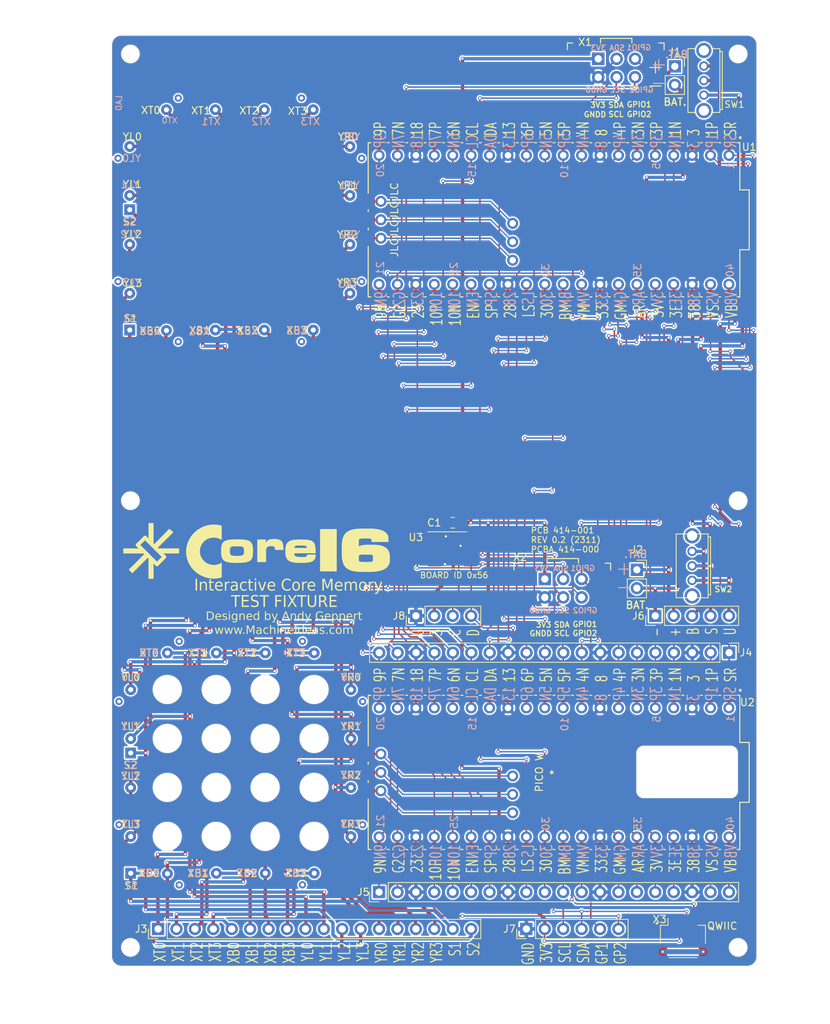
<source format=kicad_pcb>
(kicad_pcb (version 20221018) (generator pcbnew)
  (title_block (title "Core 64 Logic Board - PCB Layout") (date "2023-01-01") (rev "0.7") (company "Andy Geppert - Machine Ideas, LLC"))
  (layers (0 "F.Cu" signal) (31 "B.Cu" signal) (34 "B.Paste" user) (35 "F.Paste" user) (36 "B.SilkS" user "B.Silkscreen") (37 "F.SilkS" user "F.Silkscreen") (38 "B.Mask" user) (39 "F.Mask" user) (44 "Edge.Cuts" user))
  (net 0 "")
  (net 1 "GNDD")
  (net 2 "/YR0")
  (net 3 "/YL3")
  (net 4 "/YR1")
  (net 5 "/YL2")
  (net 6 "/CM_SENSE_1_IN")
  (net 7 "/YR2")
  (net 8 "/YR3")
  (net 9 "/CM_Q6N")
  (net 10 "/+BATT")
  (net 11 "/-BATT")
  (net 12 "/OFF (USB)")
  (net 13 "/CM_SENSE_2_IN")
  (net 14 "/ON_BAT")
  (net 15 "unconnected-(U2-SWCLK-PadD1)")
  (net 16 "unconnected-(U2-GND-PadD2)")
  (net 17 "unconnected-(U2-SWDIO-PadD3)")
  (net 18 "unconnected-(X3-PadMP)")
  (net 19 "/3V3")
  (net 20 "/RUN")
  (net 21 "/3V3_EN")
  (net 22 "/ADC_REF")
  (net 23 "/CM_Q7N")
  (net 24 "/CM_Q7P")
  (net 25 "/CM_Q9P")
  (net 26 "/CM_Q9N")
  (net 27 "/VSW")
  (net 28 "/YL0")
  (net 29 "/YL1")
  (net 30 "/XB1")
  (net 31 "/XB3")
  (net 32 "/XB2")
  (net 33 "/CM_Q10P")
  (net 34 "/CM_Q10N")
  (net 35 "/I2C_3V3_SCL")
  (net 36 "/I2C_3V3_SDA")
  (net 37 "/I2C_CLOCK")
  (net 38 "/CM_EN")
  (net 39 "/CM_Q1P")
  (net 40 "/CM_Q1N")
  (net 41 "/CM_Q3P")
  (net 42 "/CM_Q3N")
  (net 43 "/CM_Q5P")
  (net 44 "/CM_Q5N")
  (net 45 "/CM_Q4P")
  (net 46 "/CM_Q4N")
  (net 47 "/CM_Q6P")
  (net 48 "/I2C_DATA")
  (net 49 "/GPIO2_SAO2")
  (net 50 "/ADC0")
  (net 51 "/ADC1")
  (net 52 "/ADC2")
  (net 53 "/CM_SENSE_PULSE")
  (net 54 "/PICO_VSYS")
  (net 55 "/PICO_VBUS")
  (net 56 "/GPIO1_SAO1")
  (net 57 "/XB0")
  (net 58 "/CM_SENSE_RESET")
  (net 59 "/LED_ARY_3V3_SIG")
  (net 60 "/XT3")
  (net 61 "/XT2")
  (net 62 "/XT1")
  (net 63 "/XT0")
  (net 66 "unconnected-(U1-SWCLK-PadD1)")
  (net 67 "unconnected-(U1-GND-PadD2)")
  (net 68 "unconnected-(U1-SWDIO-PadD3)")
  (footprint "Core_64_KiCad_Library:Core16_w_core_symbol" (layer "F.Cu") (at 82.3722 103.0776)
    (fp_text reference "L1" hide)
    (fp_text value "Core_64_Logo" hide)
  )
  (footprint "Switch_XKB_SK12D07VG4_SK12D07L4B:SK12D07VG4" (layer "F.Cu") (at 142.6772 105.1326 90)
    (fp_text reference "SW2")
    (fp_text value "SK12D07L4B")
  )
  (footprint "Core_64_KiCad_Library:Badgelife-SAOv169-BADGE-2x3" (layer "F.Cu") (at 124.8972 108.2126)
    (fp_text reference "X2")
    (fp_text value "SAO_conn_SFH11-NBPC-D03-ST-BK")
  )
  (footprint "Connector_PinHeader_2.54mm:PinHeader_1x20_P2.54mm_Vertical" (layer "F.Cu") (at 99.4972 150.1226 90)
    (fp_text reference "J5")
    (fp_text value "Conn_01x20_Socket")
  )
  (footprint "Core_64_KiCad_Library:core_16_6.75mm_square_front_facing" (layer "F.Cu") (at 80.2982 57.4256)
    (fp_text reference "CM1" hide)
    (fp_text value "Core_Memory_4x4_Matrix_Front_Facing")
  )
  (footprint "Connector_JST:JST_SH_SM04B-SRSS-TB_1x04-1MP_P1.00mm_Horizontal" (layer "F.Cu") (at 141.4072 156.4726)
    (fp_text reference "X3")
    (fp_text value "QWIIC")
  )
  (footprint "Core_64_KiCad_Library:Pico_SC0915_THRUHOLE_CUTOUTS" (layer "F.Cu") (at 123.6282 57.4156 -90)
    (fp_text reference "U1")
    (fp_text value "PICO W" hide)
  )
  (footprint "Connector_PinHeader_2.54mm:PinHeader_1x05_P2.54mm_Vertical" (layer "F.Cu") (at 137.5972 112.0226 90)
    (fp_text reference "J6")
    (fp_text value "Conn_01x05_Socket")
  )
  (footprint "Core_64_KiCad_Library:core_16_6.75mm_square_front_facing" (layer "F.Cu") (at 80.4312 132.3316)
    (fp_text reference "CM2" hide)
    (fp_text value "Core_Memory_4x4_Matrix_Front_Facing")
  )
  (footprint "Switch_XKB_SK12D07VG4_SK12D07L4B:SK12D07VG4" (layer "F.Cu") (at 144.2982 38.2156 90)
    (fp_text reference "SW1")
    (fp_text value "SK12D07L4B")
  )
  (footprint "Core_64_KiCad_Library:Pico_SC0915_THRUHOLE_CUTOUTS" (layer "F.Cu") (at 123.6272 133.6126 -90)
    (fp_text reference "U2")
    (fp_text value "PICO W")
  )
  (footprint "Package_SO:SOIC-8_3.9x4.9mm_P1.27mm" (layer "F.Cu") (at 109.6572 102.997)
    (fp_text reference "U3")
    (fp_text value "M24C02-RMN")
  )
  (footprint "Connector_PinHeader_2.54mm:PinHeader_1x18_P2.54mm_Vertical" (layer "F.Cu") (at 69.0172 155.2026 90)
    (fp_text reference "J3")
    (fp_text value "Conn_01x18_Socket")
  )
  (footprint "Connector_PinHeader_2.54mm:PinHeader_1x20_P2.54mm_Vertical" (layer "F.Cu") (at 147.7772 117.1026 -90)
    (fp_text reference "J4")
    (fp_text value "Conn_01x20_Socket")
  )
  (footprint "Capacitor_SMD:C_0805_2012Metric" (layer "F.Cu") (at 109.6572 99.187 180)
    (fp_text reference "C1")
    (fp_text value "0.1uF")
  )
  (footprint "Connector_PinSocket_2.54mm:PinSocket_1x02_P2.54mm_Vertical" (layer "F.Cu") (at 140.2932 36.2656)
    (fp_text reference "J1")
    (fp_text value "ALT. BATT.")
  )
  (footprint "Core_64_KiCad_Library:Badgelife-SAOv169-BADGE-2x3" (layer "F.Cu") (at 132.2682 36.4856)
    (fp_text reference "X1")
    (fp_text value "SAO_conn_SFH11-NBPC-D03-ST-BK")
  )
  (footprint "Connector_PinSocket_2.54mm:PinSocket_1x02_P2.54mm_Vertical" (layer "F.Cu") (at 135.0572 105.6726)
    (fp_text reference "J2")
    (fp_text value "ALT. BATT.")
  )
  (footprint "Connector_PinHeader_2.54mm:PinHeader_1x04_P2.54mm_Vertical" (layer "F.Cu") (at 104.5772 112.0226 90)
    (fp_text reference "J8")
    (fp_text value "Conn_01x04_Socket")
  )
  (footprint "Connector_PinHeader_2.54mm:PinHeader_1x06_P2.54mm_Vertical" (layer "F.Cu") (at 119.8172 155.2026 90)
    (fp_text reference "J7")
    (fp_text value "Conn_01x06_Socket")
  )
  (gr_arc (start 62.6682 33.2856) (mid 63.040174 32.387574) (end 63.9382 32.0156) (stroke (width 0.05)) (layer "Edge.Cuts"))
  (gr_circle (center 77.0372 135.6826) (end 79.0372 135.6826) (stroke (width 0.05)) (fill none) (layer "Edge.Cuts"))
  (gr_arc (start 150.2972 32.0156) (mid 151.195226 32.387574) (end 151.5672 33.2856) (stroke (width 0.05)) (layer "Edge.Cuts"))
  (gr_circle (center 77.0372 122.1826) (end 79.0372 122.1826) (stroke (width 0.05)) (fill none) (layer "Edge.Cuts"))
  (gr_line (start 151.5672 33.2856) (end 151.5682 159.0126) (stroke (width 0.05)) (layer "Edge.Cuts"))
  (gr_circle (center 77.0372 128.9326) (end 79.0372 128.9326) (stroke (width 0.05)) (fill none) (layer "Edge.Cuts"))
  (gr_circle (center 83.7872 135.6826) (end 85.7872 135.6826) (stroke (width 0.05)) (fill none) (layer "Edge.Cuts"))
  (gr_circle (center 149.0272 34.5526) (end 149.0272 33.2826) (stroke (width 0.05)) (fill none) (layer "Edge.Cuts"))
  (gr_circle (center 70.2872 142.4326) (end 72.2872 142.4326) (stroke (width 0.05)) (fill none) (layer "Edge.Cuts"))
  (gr_circle (center 83.7872 128.9326) (end 85.7872 128.9326) (stroke (width 0.05)) (fill none) (layer "Edge.Cuts"))
  (gr_line (start 147.991093 137.1526) (end 135.991093 137.1526) (stroke (width 0.05)) (layer "Edge.Cuts"))
  (gr_arc (start 135.991093 137.1526) (mid 135.283991 136.859702) (end 134.991093 136.1526) (stroke (width 0.05)) (layer "Edge.Cuts"))
  (gr_arc (start 134.991093 130.9526) (mid 135.283988 130.245495) (end 135.991093 129.9526) (stroke (width 0.05)) (layer "Edge.Cuts"))
  (gr_circle (center 77.0372 142.4326) (end 79.0372 142.4326) (stroke (width 0.05)) (fill none) (layer "Edge.Cuts"))
  (gr_circle (center 70.2872 135.6826) (end 72.2872 135.6826) (stroke (width 0.05)) (fill none) (layer "Edge.Cuts"))
  (gr_line (start 62.6682 159.0126) (end 62.6682 33.2856) (stroke (width 0.05)) (layer "Edge.Cuts"))
  (gr_arc (start 147.991093 129.9526) (mid 148.698205 130.245488) (end 148.991093 130.9526) (stroke (width 0.05)) (layer "Edge.Cuts"))
  (gr_line (start 150.2982 160.2826) (end 63.9382 160.2826) (stroke (width 0.05)) (layer "Edge.Cuts"))
  (gr_line (start 148.991093 130.9526) (end 148.991093 136.1526) (stroke (width 0.05)) (layer "Edge.Cuts"))
  (gr_circle (center 90.5372 128.9326) (end 92.5372 128.9326) (stroke (width 0.05)) (fill none) (layer "Edge.Cuts"))
  (gr_circle (center 65.2072 96.1476) (end 66.4772 96.1476) (stroke (width 0.05)) (fill none) (layer "Edge.Cuts"))
  (gr_circle (center 70.2872 128.9326) (end 72.2872 128.9326) (stroke (width 0.05)) (fill none) (layer "Edge.Cuts"))
  (gr_circle (center 149.0272 157.7426) (end 150.2972 157.7426) (stroke (width 0.05)) (fill none) (layer "Edge.Cuts"))
  (gr_circle (center 70.2872 122.1826) (end 72.2872 122.1826) (stroke (width 0.05)) (fill none) (layer "Edge.Cuts"))
  (gr_arc (start 151.5682 159.0126) (mid 151.196226 159.910626) (end 150.2982 160.2826) (stroke (width 0.05)) (layer "Edge.Cuts"))
  (gr_circle (center 83.7872 142.4326) (end 85.7872 142.4326) (stroke (width 0.05)) (fill none) (layer "Edge.Cuts"))
  (gr_line (start 134.991093 136.1526) (end 134.991093 130.9526) (stroke (width 0.05)) (layer "Edge.Cuts"))
  (gr_circle (center 65.2072 34.5526) (end 66.4772 34.5526) (stroke (width 0.05)) (fill none) (layer "Edge.Cuts"))
  (gr_line (start 135.991093 129.9526) (end 147.991093 129.9526) (stroke (width 0.05)) (layer "Edge.Cuts"))
  (gr_circle (center 90.5372 142.4326) (end 92.5372 142.4326) (stroke (width 0.05)) (fill none) (layer "Edge.Cuts"))
  (gr_arc (start 63.9382 160.2826) (mid 63.040174 159.910626) (end 62.6682 159.0126) (stroke (width 0.05)) (layer "Edge.Cuts"))
  (gr_arc (start 148.991093 136.1526) (mid 148.698202 136.859709) (end 147.991093 137.1526) (stroke (width 0.05)) (layer "Edge.Cuts"))
  (gr_circle (center 83.7872 122.1826) (end 85.7872 122.1826) (stroke (width 0.05)) (fill none) (layer "Edge.Cuts"))
  (gr_line (start 150.2972 32.0156) (end 63.9382 32.0156) (stroke (width 0.05)) (layer "Edge.Cuts"))
  (gr_circle (center 90.5372 135.6826) (end 92.5372 135.6826) (stroke (width 0.05)) (fill none) (layer "Edge.Cuts"))
  (gr_circle (center 90.5372 122.1826) (end 92.5372 122.1826) (stroke (width 0.05)) (fill none) (layer "Edge.Cuts"))
  (gr_circle (center 65.2072 157.7426) (end 63.9372 157.7426) (stroke (width 0.05)) (fill none) (layer "Edge.Cuts"))
  (gr_circle (center 149.0272 96.1476) (end 149.0272 94.8776) (stroke (width 0.05)) (fill none) (layer "Edge.Cuts"))
  (gr_text "LAD" (at 63.6182 41.3156 90) (layer "B.SilkS") (effects (font (size 0.8128 0.8128) (thickness 0.127) bold) (justify mirror)))
  (gr_text "-" (at 133.313 108.29 180) (layer "B.SilkS") (effects (font (size 2 2)) (justify mirror)))
  (gr_text "20" (at 99.6682 50.6006 90) (layer "B.SilkS") (effects (font (size 1 1)) (justify mirror)))
  (gr_text "9N\nG2\n23\n10P\n10N\nEN\nSP\n28\nLS\n30\nBM\nVM\n33\nGM\nAR\n3V\n3E\n38\nVS\nVB" (at 123.8758 143.4592 90) (layer "B.SilkS") (effects (font (size 1.57988 1.016) (thickness 0.1524)) (justify left mirror)))
  (gr_text "21" (at 99.6682 64.1006 90) (layer "B.SilkS") (effects (font (size 1 1)) (justify mirror)))
  (gr_text "1" (at 148.0042 126.2652 90) (layer "B.SilkS") (effects (font (size 1 1)) (justify mirror)))
  (gr_text "SCL" (at 124.7242 111.2808) (layer "B.SilkS") (effects (font (size 0.75 0.75)) (justify mirror)))
  (gr_text "5" (at 137.8042 126.2652 90) (layer "B.SilkS") (effects (font (size 1 1)) (justify mirror)))
  (gr_text "1" (at 147.9682 50.0006 90) (layer "B.SilkS") (effects (font (size 1 1)) (justify mirror)))
  (gr_text "-" (at 138.0682 38.7656 180) (layer "B.SilkS") (effects (font (size 2 2)) (justify mirror)))
  (gr_text "+" (at 133.313 105.74 180) (layer "B.SilkS") (effects (font (size 2 2)) (justify mirror)))
  (gr_text "25" (at 109.8182 64.2006 90) (layer "B.SilkS") (effects (font (size 1 1)) (justify mirror)))
  (gr_text "9N\nG2\n23\n10P\n10N\nEN\nSP\n28\nLS\n30\nBM\nVM\n33\nGM\nAR\n3V\n3E\n38\nVS\nVB" (at 123.9182 67.2156 90) (layer "B.SilkS") (effects (font (size 1.57988 1.016) (thickness 0.1524)) (justify left mirror)))
  (gr_text "40" (at 147.9542 140.6302 90) (layer "B.SilkS") (effects (font (size 1 1)) (justify mirror)))
  (gr_text "BAT." (at 140.5182 34.6156) (layer "B.SilkS") (effects (font (size 1.016 1.016) (thickness 0.1778)) (justify mirror)))
  (gr_text "21" (at 99.7042 140.3652 90) (layer "B.SilkS") (effects (font (size 1 1)) (justify mirror)))
  (gr_text "BAT." (at 134.8994 103.5304) (layer "B.SilkS") (effects (font (size 1.016 1.016) (thickness 0.1778)) (justify mirror)))
  (gr_text "GPIO2" (at 127.9242 111.2808) (layer "B.SilkS") (effects (font (size 0.75 0.75)) (justify mirror)))
  (gr_text "GNDD" (at 121.7242 111.2808) (layer "B.SilkS") (effects (font (size 0.75 0.75)) (justify mirror)))
  (gr_text "15" (at 112.3552 50.6006 90) (layer "B.SilkS") (effects (font (size 1 1)) (justify mirror)))
  (gr_text "35" (at 135.2042 140.6652 90) (layer "B.SilkS") (effects (font (size 1 1)) (justify mirror)))
  (gr_text "35" (at 135.1682 64.4006 90) (layer "B.SilkS") (effects (font (size 1 1)) (justify mirror)))
  (gr_text "20" (at 99.7042 126.8652 90) (layer "B.SilkS") (effects (font (size 1 1)) (justify mirror)))
  (gr_text "10" (at 125.1042 126.9652 90) (layer "B.SilkS") (effects (font (size 1 1)) (justify mirror)))
  (gr_text "3V3" (at 122.0342 105.5108) (layer "B.SilkS") (effects (font (size 0.75 0.75)) (justify mirror)))
  (gr_text "+" (at 138.0682 36.2156 180) (layer "B.SilkS") (effects (font (size 2 2)) (justify mirror)))
  (gr_text "15" (at 112.3912 126.8652 90) (layer "B.SilkS") (effects (font (size 1 1)) (justify mirror)))
  (gr_text "9P\n7N\n18\n7P\n6N\nCL\nDA\n13\n6P\n5N\n5P\n4N\n8\n4P\n3N\n3P\n1N\n3\n1P\nSR" (at 123.7758 123.8592 90) (layer "B.SilkS") (effects (font (size 1.57988 1.016) (thickness 0.1524)) (justify right mirror)))
  (gr_text "9P\n7N\n18\n7P\n6N\nCL\nDA\n13\n6P\n5N\n5P\n4N\n8\n4P\n3N\n3P\n1N\n3\n1P\nSR" (at 123.8182 47.6156 90) (layer "B.SilkS") (effects (font (size 1.57988 1.016) (thickness 0.1524)) (justify right mirror)))
  (gr_text "25" (at 109.8542 140.4652 90) (layer "B.SilkS") (effects (font (size 1 1)) (justify mirror)))
  (gr_text "40" (at 147.9182 64.3656 90) (layer "B.SilkS") (effects (font (size 1 1)) (justify mirror)))
  (gr_text "GPIO1" (at 127.5842 105.4608) (layer "B.SilkS") (effects (font (size 0.75 0.75)) (justify mirror)))
  (gr_text "10" (at 125.0682 50.7006 90) (layer "B.SilkS") (effects (font (size 1 1)) (justify mirror)))
  (gr_text "30" (at 122.4682 64.4006 90) (layer "B.SilkS") (effects (font (size 1 1)) (justify mirror)))
  (gr_text "30" (at 122.5042 140.6652 90) (layer "B.SilkS") (effects (font (size 1 1)) (justify mirror)))
  (gr_text "SDA" (at 124.5842 105.5108) (layer "B.SilkS") (effects (font (size 0.75 0.75)) (justify mirror)))
  (gr_text "5" (at 137.7682 50.0006 90) (layer "B.SilkS") (effects (font (size 1 1)) (justify mirror)))
  (gr_text "9P\n7N\n18\n7P\n6N\nCL\nDA\n13\n6P\n5N\n5P\n4N\n8\n4P\n3N\n3P\n1N\n3\n1P\nSR" (at 123.8182 45.9656 90) (layer "F.SilkS") (effects (font (size 1.57988 1.016) (thickness 0.1524)) (justify left)))
  (gr_text "-" (at 137.6182 38.8156) (layer "F.SilkS") (effects (font (size 2 2))))
  (gr_text "Designed by Andy Geppert\nwww.MachineIdeas.com" (at 86.3854 113.0808) (layer "F.SilkS") (effects (font (size 1.143 1.143) (thickness 0.1524))))
  (gr_text "9N\nG2\n23\n10P\n10N\nEN\nSP\n28\nLS\n30\nBM\nVM\n33\nGM\nAR\n3V\n3E\n38\nVS\nVB" (at 123.825 145.4404 90) (layer "F.SilkS") (effects (font (size 1.57988 1.016) (thickness 0.1524)) (justify right)))
  (gr_text "BOARD ID 0x56" (at 109.855 106.426) (layer "F.SilkS") (effects (font (size 0.8128 0.8128) (thickness 0.127) bold)))
  (gr_text "BAT." (at 140.3182 41.1656) (layer "F.SilkS") (effects (font (size 1.016 1.016) (thickness 0.1778))))
  (gr_text "GND\n3V3\nSCL\nSDA\nGP1\nGP2" (at 126.4158 156.972 90) (layer "F.SilkS") (effects (font (size 1.57988 1.016) (thickness 0.1524)) (justify right)))
  (gr_text "-\n+\nB\nS\nU" (at 142.8242 113.538 90) (layer "F.SilkS") (effects (font (size 1.57988 1.016) (thickness 0.1524)) (justify right)))
  (gr_text "JLCJLCJLCJLC" (at 101.6182 57.4156 90) (layer "F.SilkS") (effects (font (size 1 1))))
  (gr_text "9N\nG2\n23\n10P\n10N\nEN\nSP\n28\nLS\n30\nBM\nVM\n33\nGM\nAR\n3V\n3E\n38\nVS\nVB" (at 123.9682 68.9656 90) (layer "F.SilkS") (effects (font (size 1.57988 1.016) (thickness 0.1524)) (justify right)))
  (gr_text "QWIIC" (at 146.8374 154.7876) (layer "F.SilkS") (effects (font (size 1 1))))
  (gr_text "TEST FIXTURE" (at 86.4362 110.1344) (layer "F.SilkS") (effects (font (size 1.6 1.5) (thickness 0.1524))))
  (gr_text "9P\n7N\n18\n7P\n6N\nCL\nDA\n13\n6P\n5N\n5P\n4N\n8\n4P\n3N\n3P\n1N\n3\n1P\nSR" (at 123.825 121.2596 90) (layer "F.SilkS") (effects (font (size 1.57988 1.016) (thickness 0.1524)) (justify left)))
  (gr_text "+" (at 137.6182 36.2656) (layer "F.SilkS") (effects (font (size 2 2))))
  (gr_text "XT0\nXT1\nXT2\nXT3\nXB0\nXB1\nXB2\nXB3\nYL0\nYL1\nYL2\nYL3\nYR0\nYR1\nYR2\nYR3\nS1\nS2" (at 90.9066 156.9212 90) (layer "F.SilkS") (effects (font (size 1.57988 1.016) (thickness 0.1524)) (justify right)))
  (gr_text "PCB 414-001\nREV 0.2 (2311)\nPCBA 414-000" (at 120.3706 101.5492) (layer "F.SilkS") (effects (font (size 0.8128 0.8128) (thickness 0.127)) (justify left)))
  (gr_text "G\n3\nC\nD" (at 108.6866 113.7412 90) (layer "F.SilkS") (effects (font (size 1.57988 1.016) (thickness 0.1524)) (justify right)))
  (gr_text "BAT." (at 135.1026 110.5408) (layer "F.SilkS") (effects (font (size 1.016 1.016) (thickness 0.1778))))
  (gr_text "Interactive Core Memory" (at 86.995 107.8824) (layer "F.SilkS") (effects (font (size 1.6 1.5) (thickness 0.1524))))
  (segment (start 129.9782 66.3056) (end 129.9782 67.9057) (width 0.2032) (layer "F.Cu") (net 1))
  (segment (start 117.2772 124.7226) (end 117.2772 123.1225) (width 0.2032) (layer "F.Cu") (net 1))
  (segment (start 139.9072 154.4726) (end 137.8356 154.4726) (width 0.2032) (layer "F.Cu") (net 1))
  (segment (start 107.95 99.187) (end 107.188 99.949) (width 0.4572) (layer "F.Cu") (net 1))
  (segment (start 104.5772 124.7226) (end 104.5772 123.1225) (width 0.2032) (layer "F.Cu") (net 1))
  (segment (start 142.6972 123.1025) (end 142.6772 123.1225) (width 0.2032) (layer "F.Cu") (net 1))
  (segment (start 117.2782 46.9255) (end 117.2782 48.5256) (width 0.2032) (layer "F.Cu") (net 1))
  (segment (start 142.6782 46.9255) (end 142.6782 48.5256) (width 0.2032) (layer "F.Cu") (net 1))
  (segment (start 107.188 99.949) (end 107.188 101.0862) (width 0.4572) (layer "F.Cu") (net 1))
  (segment (start 137.8356 154.4726) (end 137.795 154.432) (width 0.2032) (layer "F.Cu") (net 1))
  (segment (start 104.5772 142.5026) (end 104.5772 144.1027) (width 0.2032) (layer "F.Cu") (net 1))
  (segment (start 104.5782 46.9255) (end 104.5782 48.5256) (width 0.2032) (layer "F.Cu") (net 1))
  (segment (start 108.686677 101.092) (end 107.1822 101.092) (width 0.4572) (layer "F.Cu") (net 1))
  (segment (start 108.711351 101.067326) (end 108.686677 101.092) (width 0.4572) (layer "F.Cu") (net 1))
  (segment (start 117.2782 66.3056) (end 117.2782 67.9057) (width 0.2032) (layer "F.Cu") (net 1))
  (segment (start 129.9782 46.9255) (end 129.9782 48.5256) (width 0.2032) (layer "F.Cu") (net 1))
  (segment (start 129.9772 124.7226) (end 129.9772 123.1225) (width 0.2032) (layer "F.Cu") (net 1))
  (segment (start 107.188 101.0862) (end 107.1822 101.092) (width 0.4572) (layer "F.Cu") (net 1))
  (segment (start 129.9772 142.5026) (end 129.9772 144.1027) (width 0.2032) (layer "F.Cu") (net 1))
  (segment (start 107.1822 104.902) (end 108.585 104.902) (width 0.4572) (layer "F.Cu") (net 1))
  (segment (start 110.744 102.362) (end 112.1322 102.362) (width 0.4572) (layer "F.Cu") (net 1))
  (segment (start 104.5782 66.3056) (end 104.5782 67.9057) (width 0.2032) (layer "F.Cu") (net 1))
  (segment (start 117.2772 142.5026) (end 117.2772 144.1027) (width 0.2032) (layer "F.Cu") (net 1))
  (segment (start 108.7072 99.187) (end 107.95 99.187) (width 0.4572) (layer "F.Cu") (net 1))
  (segment (start 142.6782 66.3056) (end 142.6782 67.9057) (width 0.2032) (layer "F.Cu") (net 1))
  (segment (start 142.6772 124.7226) (end 142.6772 123.1225) (width 0.2032) (layer "F.Cu") (net 1))
  (segment (start 142.6772 142.5026) (end 142.6772 150.1226) (width 0.2032) (layer "F.Cu") (net 1))
  (segment (start 142.6972 117.1026) (end 142.6972 123.1025) (width 0.2032) (layer "F.Cu") (net 1))
  (via (at 108.711351 101.067326) (size 0.508) (drill 0.3048) (layers "F.Cu" "B.Cu") (net 1))
  (via (at 108.585 104.902) (size 0.508) (drill 0.3048) (layers "F.Cu" "B.Cu") (net 1))
  (via (at 110.744 102.362) (size 0.508) (drill 0.3048) (layers "F.Cu" "B.Cu") (net 1))
  (via (at 137.795 154.432) (size 0.508) (drill 0.3048) (layers "F.Cu" "B.Cu") (net 1))
  (segment (start 92.075 148.5265) (end 97.4163 153.8678) (width 0.4572) (layer "F.Cu") (net 2))
  (segment (start 85.852 112.89255) (end 85.852 53.9496) (width 0.4572) (layer "F.Cu") (net 2))
  (segment (start 87.503 131.6336) (end 87.503 144.907) (width 0.4572) (layer "F.Cu") (net 2))
  (segment (start 90.678 145.796) (end 92.075 147.193) (width 0.4572) (layer "F.Cu") (net 2))
  (segment (start 92.075 147.193) (end 92.075 148.5265) (width 0.4572) (layer "F.Cu") (net 2))
  (segment (start 95.6187 112.9153) (end 95.6187 122.2066) (width 0.4572) (layer "F.Cu") (net 2))
  (segment (start 85.852 53.9496) (end 92.501 47.3006) (width 0.4572) (layer "F.Cu") (net 2))
  (segment (start 87.503 144.907) (end 88.392 145.796) (width 0.4572) (layer "F.Cu") (net 2))
  (segment (start 99.4972 153.8678) (end 99.4972 155.2026) (width 0.4572) (layer "F.Cu") (net 2))
  (segment (start 92.501 47.3006) (end 95.4857 47.3006) (width 0.4572) (layer "F.Cu") (net 2))
  (segment (start 88.392 145.796) (end 90.678 145.796) (width 0.4572) (layer "F.Cu") (net 2))
  (segment (start 97.4163 153.8678) (end 99.4972 153.8678) (width 0.4572) (layer "F.Cu") (net 2))
  (segment (start 85.84155 112.903) (end 85.852 112.89255) (width 0.4572) (layer "F.Cu") (net 2))
  (segment (start 95.631 112.903) (end 95.6187 112.9153) (width 0.4572) (layer "F.Cu") (net 2))
  (segment (start 88.138 119.126) (end 88.1688 119.1568) (width 0.4572) (layer "F.Cu") (net 2))
  (segment (start 88.1688 130.9678) (end 87.503 131.6336) (width 0.4572) (layer "F.Cu") (net 2))
  (segment (start 88.1688 119.1568) (end 88.1688 130.9678) (width 0.4572) (layer "F.Cu") (net 2))
  (via (at 95.631 119.126) (size 0.508) (drill 0.3048) (layers "F.Cu" "B.Cu") (net 2))
  (via (at 88.138 119.126) (size 0.508) (drill 0.3048) (layers "F.Cu" "B.Cu") (net 2))
  (via (at 95.631 112.903) (size 0.508) (drill 0.3048) (layers "F.Cu" "B.Cu") (net 2))
  (via (at 85.84155 112.903) (size 0.508) (drill 0.3048) (layers "F.Cu" "B.Cu") (net 2))
  (segment (start 95.631 112.903) (end 85.84155 112.903) (width 0.4572) (layer "B.Cu") (net 2))
  (segment (start 95.631 119.126) (end 88.138 119.126) (width 0.4572) (layer "B.Cu") (net 2))
  (segment (start 68.6816 157.1752) (end 68.6562 157.1752) (width 0.4572) (layer "F.Cu") (net 3))
  (segment (start 63.9372 126.746) (end 63.9372 131.953) (width 0.4572) (layer "F.Cu") (net 3))
  (segment (start 66.548 134.5638) (end 66.548 141.1523) (width 0.4572) (layer "F.Cu") (net 3))
  (segment (start 63.802502 68.858798) (end 65.1107 67.5506) (width 0.4572) (layer "F.Cu") (net 3))
  (segment (start 68.6562 157.1752) (end 63.9318 152.4508) (width 0.4572) (layer "F.Cu") (net 3))
  (segment (start 96.9572 157.2001) (end 96.9572 155.2026) (width 0.4572) (layer "F.Cu") (net 3))
  (segment (start 64.389 102.0318) (end 67.7418 98.679) (width 0.4572) (layer "F.Cu") (net 3))
  (segment (start 66.4772 119.487) (end 66.4772 124.206) (width 0.4572) (layer "F.Cu") (net 3))
  (segment (start 64.389 119.4816) (end 64.389 102.0318) (width 0.4572) (layer "F.Cu") (net 3))
  (segment (start 63.802502 89.786702) (end 63.802502 68.858798) (width 0.4572) (layer "F.Cu") (net 3))
  (segment (start 63.9372 131.953) (end 66.548 134.5638) (width 0.4572) (layer "F.Cu") (net 3))
  (segment (start 66.4718 119.4816) (end 66.4772 119.487) (width 0.4572) (layer "F.Cu") (net 3))
  (segment (start 66.4772 124.206) (end 63.9372 126.746) (width 0.4572) (layer "F.Cu") (net 3))
  (segment (start 63.9318 152.4508) (end 63.9318 143.7685) (width 0.4572) (layer "F.Cu") (net 3))
  (segment (start 66.548 141.1523) (end 65.2437 142.4566) (width 0.4572) (layer "F.Cu") (net 3))
  (segment (start 67.7418 98.679) (end 67.7418 93.726) (width 0.4572) (layer "F.Cu") (net 3))
  (segment (start 63.9318 143.7685) (end 65.2437 142.4566) (width 0.4572) (layer "F.Cu") (net 3))
  (segment (start 67.7418 93.726) (end 63.802502 89.786702) (width 0.4572) (layer "F.Cu") (net 3))
  (via (at 66.4718 119.4816) (size 0.508) (drill 0.3048) (layers "F.Cu" "B.Cu") (net 3))
  (via (at 96.9572 157.2001) (size 0.508) (drill 0.3048) (layers "F.Cu" "B.Cu") (net 3))
  (via (at 68.6816 157.1752) (size 0.508) (drill 0.3048) (layers "F.Cu" "B.Cu") (net 3))
  (via (at 64.389 119.4816) (size 0.508) (drill 0.3048) (layers "F.Cu" "B.Cu") (net 3))
  (segment (start 64.389 119.4816) (end 66.4718 119.4816) (width 0.4572) (layer "B.Cu") (net 3))
  (segment (start 96.9572 157.2001) (end 68.6811 157.2001) (width 0.4572) (layer "B.Cu") (net 3))
  (segment (start 68.6816 157.2006) (end 68.6816 157.1752) (width 0.4572) (layer "B.Cu") (net 3))
  (segment (start 68.6811 157.2001) (end 68.6816 157.2006) (width 0.4572) (layer "B.Cu") (net 3))
  (segment (start 87.5025 125.603) (end 87.503 125.6025) (width 0.4572) (layer "F.Cu") (net 4))
  (segment (start 88.138 132.588) (end 88.646 132.08) (width 0.4572) (layer "F.Cu") (net 4))
  (segment (start 88.138 144.2212) (end 88.138 132.588) (width 0.4572) (layer "F.Cu") (net 4))
  (segment (start 92.9386 148.3106) (end 92.9386 146.8628) (width 0.4572) (layer "F.Cu") (net 4))
  (segment (start 87.503 125.6025) (end 87.503 58.2168) (width 0.4572) (layer "F.Cu") (net 4))
  (segment (start 87.503 58.2168) (end 91.6692 54.0506) (width 0.4572) (layer "F.Cu") (net 4))
  (segment (start 95.6187 128.9566) (end 95.6187 132.08) (width 0.4572) (layer "F.Cu") (net 4))
  (segment (start 95.6187 125.6116) (end 95.6187 128.9566) (width 0.4572) (layer "F.Cu") (net 4))
  (segment (start 102.0372 155.2026) (end 102.108 155.1318) (width 0.4572) (layer "F.Cu") (net 4))
  (segment (start 91.6692 54.0506) (end 95.4857 54.0506) (width 0.4572) (layer "F.Cu") (net 4))
  (segment (start 97.663 153.035) (end 92.9386 148.3106) (width 0.4572) (layer "F.Cu") (net 4))
  (segment (start 102.108 153.797) (end 101.346 153.035) (width 0.4572) (layer "F.Cu") (net 4))
  (segment (start 102.108 155.1318) (end 102.108 153.797) (width 0.4572) (layer "F.Cu") (net 4))
  (segment (start 92.9386 146.8628) (end 91.1098 145.034) (width 0.4572) (layer "F.Cu") (net 4))
  (segment (start 88.9508 145.034) (end 88.138 144.2212) (width 0.4572) (layer "F.Cu") (net 4))
  (segment (start 91.1098 145.034) (end 88.9508 145.034) (width 0.4572) (layer "F.Cu") (net 4))
  (segment (start 101.346 153.035) (end 97.663 153.035) (width 0.4572) (layer "F.Cu") (net 4))
  (via (at 95.631 125.603) (size 0.508) (drill 0.3048) (layers "F.Cu" "B.Cu") (net 4))
  (via (at 87.5025 125.603) (size 0.508) (drill 0.3048) (layers "F.Cu" "B.Cu") (net 4))
  (via (at 88.646 132.08) (size 0.508) (drill 0.3048) (layers "F.Cu" "B.Cu") (net 4))
  (via (at 95.631 132.08) (size 0.508) (drill 0.3048) (layers "F.Cu" "B.Cu") (net 4))
  (segment (start 95.6101 125.6116) (end 95.631 125.603) (width 0.4572) (layer "B.Cu") (net 4))
  (segment (start 95.631 132.08) (end 88.646 132.08) (width 0.4572) (layer "B.Cu") (net 4))
  (segment (start 87.5111 125.6116) (end 95.6101 125.6116) (width 0.4572) (layer "B.Cu") (net 4))
  (segment (start 95.6273 125.6116) (end 95.6187 125.6116) (width 0.4572) (layer "B.Cu") (net 4))
  (segment (start 95.631 125.603) (end 95.6273 125.6116) (width 0.4572) (layer "B.Cu") (net 4))
  (segment (start 87.5025 125.603) (end 87.5111 125.6116) (width 0.4572) (layer "B.Cu") (net 4))
  (segment (start 63.065389 67.668411) (end 63.065389 121.937189) (width 0.4572) (layer "F.Cu") (net 5))
  (segment (start 94.361 155.2588) (end 94.4172 155.2026) (width 0.4572) (layer "F.Cu") (net 5))
  (segment (start 63.1752 126.365) (end 63.1752 132.307104) (width 0.4572) (layer "F.Cu") (net 5))
  (segment (start 65.1107 124.4295) (end 63.1752 126.365) (width 0.4572) (layer "F.Cu") (net 5))
  (segment (start 65.1107 123.9825) (end 65.1107 124.4295) (width 0.4572) (layer "F.Cu") (net 5))
  (segment (start 70.1294 159.639) (end 94.361 159.639) (width 0.4572) (layer "F.Cu") (net 5))
  (segment (start 65.1107 65.6231) (end 63.065389 67.668411) (width 0.4572) (layer "F.Cu") (net 5))
  (segment (start 94.361 159.639) (end 94.361 155.2588) (width 0.4572) (layer "F.Cu") (net 5))
  (segment (start 63.065389 121.937189) (end 65.1107 123.9825) (width 0.4572) (layer "F.Cu") (net 5))
  (segment (start 65.1107 60.8006) (end 65.1107 65.6231) (width 0.4572) (layer "F.Cu") (net 5))
  (segment (start 65.2437 135.7066) (end 65.2437 140.5525) (width 0.4572) (layer "F.Cu") (net 5))
  (segment (start 63.246 142.5502) (end 63.246 152.7556) (width 0.4572) (layer "F.Cu") (net 5))
  (segment (start 63.1752 132.307104) (end 65.2437 134.375604) (width 0.4572) (layer "F.Cu") (net 5))
  (segment (start 65.2437 140.5525) (end 63.246 142.5502) (width 0.4572) (layer "F.Cu") (net 5))
  (segment (start 65.2437 134.375604) (end 65.2437 135.7066) (width 0.4572) (layer "F.Cu") (net 5))
  (segment (start 63.246 152.7556) (end 70.1294 159.639) (width 0.4572) (layer "F.Cu") (net 5))
  (segment (start 72.898 94.488) (end 65.1107 86.7007) (width 0.4572) (layer "F.Cu") (net 6))
  (segment (start 67.9704 114.698626) (end 67.9704 112.6744) (width 0.4572) (layer "F.Cu") (net 6))
  (segment (start 65.2437 147.5191) (end 65.2437 151.384) (width 0.4572) (layer "F.Cu") (net 6))
  (segment (start 65.1107 86.7007) (end 65.1107 72.6131) (width 0.4572) (layer "F.Cu") (net 6))
  (segment (start 72.898 112.649) (end 72.898 94.488) (width 0.4572) (layer "F.Cu") (net 6))
  (segment (start 67.945 114.724026) (end 67.9704 114.698626) (width 0.4572) (layer "F.Cu") (net 6))
  (segment (start 67.945 147.5191) (end 67.945 114.724026) (width 0.4572) (layer "F.Cu") (net 6))
  (via (at 72.898 112.649) (size 0.508) (drill 0.3048) (layers "F.Cu" "B.Cu") (net 6))
  (via (at 67.9704 112.6744) (size 0.508) (drill 0.3048) (layers "F.Cu" "B.Cu") (net 6))
  (via (at 65.278 151.384) (size 0.508) (drill 0.3048) (layers "F.Cu" "B.Cu") (net 6))
  (via (at 67.945 147.5191) (size 0.508) (drill 0.3048) (layers "F.Cu" "B.Cu") (net 6))
  (segment (start 96.901 151.384) (end 98.171 152.654) (width 0.4572) (layer "B.Cu") (net 6))
  (segment (start 98.171 152.654) (end 107.1086 152.654) (width 0.4572) (layer "B.Cu") (net 6))
  (segment (start 72.8726 112.6744) (end 72.898 112.649) (width 0.4572) (layer "B.Cu") (net 6))
  (segment (start 107.1086 152.654) (end 109.6572 155.2026) (width 0.4572) (layer "B.Cu") (net 6))
  (segment (start 65.278 151.384) (end 96.901 151.384) (width 0.4572) (layer "B.Cu") (net 6))
  (segment (start 67.9704 112.6744) (end 72.8726 112.6744) (width 0.4572) (layer "B.Cu") (net 6))
  (segment (start 67.945 147.5191) (end 65.2437 147.5191) (width 0.4572) (layer "B.Cu") (net 6))
  (segment (start 104.521 155.1464) (end 104.521 153.797) (width 0.4572) (layer "F.Cu") (net 7))
  (segment (start 104.521 153.797) (end 102.997 152.273) (width 0.4572) (layer "F.Cu") (net 7))
  (segment (start 93.5282 135.5798) (end 93.472 135.636) (width 0.4572) (layer "F.Cu") (net 7))
  (segment (start 93.472 142.8115) (end 93.472 135.7066) (width 0.4572) (layer "F.Cu") (net 7))
  (segment (start 95.4857 60.8006) (end 93.5282 62.7581) (width 0.4572) (layer "F.Cu") (net 7))
  (segment (start 93.5282 135.6922) (end 93.5282 135.7066) (width 0.4572) (layer "F.Cu") (net 7))
  (segment (start 98.044 152.273) (end 94.361 148.59) (width 0.4572) (layer "F.Cu") (net 7))
  (segment (start 93.472 135.636) (end 93.5282 135.6922) (width 0.4572) (layer "F.Cu") (net 7))
  (segment (start 94.361 143.7005) (end 93.472 142.8115) (width 0.4572) (layer "F.Cu") (net 7))
  (segment (start 104.5772 155.2026) (end 104.521 155.1464) (width 0.4572) (layer "F.Cu") (net 7))
  (segment (start 102.997 152.273) (end 98.044 152.273) (width 0.4572) (layer "F.Cu") (net 7))
  (segment (start 94.361 148.59) (end 94.361 143.7005) (width 0.4572) (layer "F.Cu") (net 7))
  (segment (start 93.5282 62.7581) (end 93.5282 135.5798) (width 0.4572) (layer "F.Cu") (net 7))
  (via (at 93.472 135.636) (size 0.508) (drill 0.3048) (layers "F.Cu" "B.Cu") (net 7))
  (segment (start 93.5282 135.7066) (end 95.6187 135.7066) (width 0.4572) (layer "B.Cu") (net 7))
  (segment (start 98.3608 151.511) (end 104.902 151.511) (width 0.4572) (layer "F.Cu") (net 8))
  (segment (start 94.2902 68.7461) (end 95.4857 67.5506) (width 0.4572) (layer "F.Cu") (net 8))
  (segment (start 107.188 155.1318) (end 107.1172 155.2026) (width 0.4572) (layer "F.Cu") (net 8))
  (segment (start 94.2902 141.1281) (end 95.6187 142.4566) (width 0.4572) (layer "F.Cu") (net 8))
  (segment (start 104.902 151.511) (end 107.188 153.797) (width 0.4572) (layer "F.Cu") (net 8))
  (segment (start 107.188 153.797) (end 107.188 155.1318) (width 0.4572) (layer "F.Cu") (net 8))
  (segment (start 94.2902 132.3426) (end 94.2902 141.1281) (width 0.4572) (layer "F.Cu") (net 8))
  (segment (start 95.6187 142.4566) (end 95.6187 148.7689) (width 0.4572) (layer "F.Cu") (net 8))
  (segment (start 94.2902 132.3426) (end 94.2902 68.7461) (width 0.4572) (layer "F.Cu") (net 8))
  (segment (start 95.6187 148.7689) (end 98.3608 151.511) (width 0.4572) (layer "F.Cu") (net 8))
  (segment (start 105.664 72.898) (end 105.664 53.975) (width 0.2) (layer "F.Cu") (net 9))
  (segment (start 109.6582 49.9808) (end 109.6582 48.5256) (width 0.2) (layer "F.Cu") (net 9))
  (segment (start 105.664 53.975) (end 109.6582 49.9808) (width 0.2) (layer "F.Cu") (net 9))
  (segment (start 109.6572 124.7226) (end 109.6572 117.1226) (width 0.2) (layer "F.Cu") (net 9))
  (segment (start 109.6582 46.9255) (end 109.6582 48.5256) (width 0.2) (layer "F.Cu") (net 9))
  (segment (start 109.6572 117.1226) (end 109.6772 117.1026) (width 0.2) (layer "F.Cu") (net 9))
  (segment (start 99.441 114.554) (end 99.441 72.898) (width 0.2) (layer "F.Cu") (net 9))
  (via (at 105.664 72.898) (size 0.508) (drill 0.3048) (layers "F.Cu" "B.Cu") (net 9))
  (via (at 99.441 114.554) (size 0.508) (drill 0.3048) (layers "F.Cu" "B.Cu") (net 9))
  (via (at 99.441 72.898) (size 0.508) (drill 0.3048) (layers "F.Cu" "B.Cu") (net 9))
  (segment (start 99.441 72.898) (end 105.664 72.898) (width 0.2) (layer "B.Cu") (net 9))
  (segment (start 107.1286 114.554) (end 109.6772 117.1026) (width 0.2) (layer "B.Cu") (net 9))
  (segment (start 99.441 114.554) (end 107.1286 114.554) (width 0.2) (layer "B.Cu") (net 9))
  (segment (start 141.4018 44.3738) (end 138.303 41.275) (width 0.4572) (layer "F.Cu") (net 10))
  (segment (start 138.303 38.2558) (end 140.2932 36.2656) (width 0.4572) (layer "F.Cu") (net 10))
  (segment (start 139.446 109.601) (end 140.1372 110.2922) (width 0.4572) (layer "F.Cu") (net 10))
  (segment (start 139.446 105.6726) (end 139.446 73.66) (width 0.4572) (layer "F.Cu") (net 10))
  (segment (start 138.303 41.275) (end 138.303 38.2558) (width 0.4572) (layer "F.Cu") (net 10))
  (segment (start 140.1372 110.2922) (end 140.1372 112.0226) (width 0.4572) (layer "F.Cu") (net 10))
  (segment (start 136.398 68.961) (end 136.398 51.562) (width 0.4572) (layer "F.Cu") (net 10))
  (segment (start 135.763 73.66) (end 135.763 69.596) (width 0.4572) (layer "F.Cu") (net 10))
  (segment (start 135.763 69.596) (end 136.398 68.961) (width 0.4572) (layer "F.Cu") (net 10))
  (segment (start 139.446 105.6726) (end 139.446 109.601) (width 0.4572) (layer "F.Cu") (net 10))
  (segment (start 141.4018 51.562) (end 141.4018 44.3738) (width 0.4572) (layer "F.Cu") (net 10))
  (via (at 139.446 105.6726) (size 0.508) (drill 0.3048) (layers "F.Cu" "B.Cu") (net 10))
  (via (at 141.4018 51.562) (size 0.508) (drill 0.3048) (layers "F.Cu" "B.Cu") (net 10))
  (via (at 135.763 73.66) (size 0.508) (drill 0.3048) (layers "F.Cu" "B.Cu") (net 10))
  (via (at 136.398 51.562) (size 0.508) (drill 0.3048) (layers "F.Cu" "B.Cu") (net 10))
  (via (at 139.446 73.66) (size 0.508) (drill 0.3048) (layers "F.Cu" "B.Cu") (net 10))
  (segment (start 139.446 105.6726) (end 135.0572 105.6726) (width 0.4572) (layer "B.Cu") (net 10))
  (segment (start 139.446 73.66) (end 135.763 73.66) (width 0.4572) (layer "B.Cu") (net 10))
  (segment (start 136.398 51.562) (end 141.4018 51.562) (width 0.4572) (layer "B.Cu") (net 10))
  (segment (start 140.7732 107.8928) (end 140.7732 73.9712) (width 0.4572) (layer "F.Cu") (net 11))
  (segment (start 140.7732 73.9712) (end 140.716 73.914) (width 0.4572) (layer "F.Cu") (net 11))
  (segment (start 143.8593 65.870253) (end 143.8593 44.9263) (width 0.4572) (layer "F.Cu") (net 11))
  (segment (start 141.859 42.926) (end 141.859 40.3714) (width 0.4572) (layer "F.Cu") (net 11))
  (segment (start 143.891 73.914) (end 143.891 65.901953) (width 0.4572) (layer "F.Cu") (net 11))
  (segment (start 141.859 40.3714) (end 140.2932 38.8056) (width 0.4572) (layer "F.Cu") (net 11))
  (segment (start 140.462 108.204) (end 140.7732 107.8928) (width 0.4572) (layer "F.Cu") (net 11))
  (segment (start 143.8593 44.9263) (end 141.859 42.926) (width 0.4572) (layer "F.Cu") (net 11))
  (segment (start 137.5972 108.2212) (end 137.5972 112.0226) (width 0.4572) (layer "F.Cu") (net 11))
  (segment (start 143.891 65.901953) (end 143.8593 65.870253) (width 0.4572) (layer "F.Cu") (net 11))
  (via (at 140.716 73.914) (size 0.508) (drill 0.3048) (layers "F.Cu" "B.Cu") (net 11))
  (via (at 140.462 108.204) (size 0.508) (drill 0.3048) (layers "F.Cu" "B.Cu") (net 11))
  (via (at 143.891 73.914) (size 0.508) (drill 0.3048) (layers "F.Cu" "B.Cu") (net 11))
  (via (at 137.5972 108.2212) (size 0.508) (drill 0.3048) (layers "F.Cu" "B.Cu") (net 11))
  (segment (start 137.5972 108.2212) (end 137.5886 108.2126) (width 0.4572) (layer "B.Cu") (net 11))
  (segment (start 137.5972 108.2212) (end 140.4448 108.2212) (width 0.4572) (layer "B.Cu") (net 11))
  (segment (start 140.4448 108.2212) (end 140.462 108.204) (width 0.4572) (layer "B.Cu") (net 11))
  (segment (start 140.716 73.914) (end 143.891 73.914) (width 0.4572) (layer "B.Cu") (net 11))
  (segment (start 137.5886 108.2126) (end 135.0572 108.2126) (width 0.4572) (layer "B.Cu") (net 11))
  (segment (start 148.59 70.974659) (end 149.098 70.466659) (width 0.4572) (layer "F.Cu") (net 12))
  (segment (start 147.7572 99.2686) (end 147.7572 107.1318) (width 0.4572) (layer "F.Cu") (net 12))
  (segment (start 148.59 71.755) (end 148.59 70.974659) (width 0.4572) (layer "F.Cu") (net 12))
  (segment (start 146.558 71.755) (end 146.558 98.0694) (width 0.4572) (layer "F.Cu") (net 12))
  (segment (start 149.098 70.466659) (end 149.098 40.259) (width 0.4572) (layer "F.Cu") (net 12))
  (segment (start 147.7572 112.0226) (end 147.7572 107.1318) (width 0.4572) (layer "F.Cu") (net 12))
  (segment (start 146.558 98.0694) (end 147.7572 99.2686) (width 0.4572) (layer "F.Cu") (net 12))
  (via (at 147.7572 107.1318) (size 0.508) (drill 0.3048) (layers "F.Cu" "B.Cu") (net 12))
  (via (at 146.558 71.755) (size 0.508) (drill 0.3048) (layers "F.Cu" "B.Cu") (net 12))
  (via (at 148.59 71.755) (size 0.508) (drill 0.3048) (layers "F.Cu" "B.Cu") (net 12))
  (via (at 149.098 40.259) (size 0.508) (drill 0.3048) (layers "F.Cu" "B.Cu") (net 12))
  (segment (start 147.7572 107.1318) (end 142.678 107.1318) (width 0.4572) (layer "B.Cu") (net 12))
  (segment (start 149.0546 40.2156) (end 144.2982 40.2156) (width 0.4572) (layer "B.Cu") (net 12))
  (segment (start 142.678 107.1318) (end 142.6772 107.1326) (width 0.4572) (layer "B.Cu") (net 12))
  (segment (start 146.558 71.755) (end 148.59 71.755) (width 0.4572) (layer "B.Cu") (net 12))
  (segment (start 74.0972 91.7502) (end 67.691 85.344) (width 0.4572) (layer "F.Cu") (net 13))
  (segment (start 67.31 152.527) (end 67.31 130.9316) (width 0.4572) (layer "F.Cu") (net 13))
  (segment (start 67.691 85.344) (end 67.691 58.6059) (width 0.4572) (layer "F.Cu") (net 13))
  (segment (start 67.31 113.3602) (end 67.31 130.9316) (width 0.4572) (layer "F.Cu") (net 13))
  (segment (start 74.0972 113.3856) (end 74.0972 91.7502) (width 0.4572) (layer "F.Cu") (net 13))
  (segment (start 67.691 58.6059) (end 65.1107 56.0256) (width 0.4572) (layer "F.Cu") (net 13))
  (via (at 67.31 130.9316) (size 0.508) (drill 0.3048) (layers "F.Cu" "B.Cu") (net 13))
  (via (at 74.0972 113.3856) (size 0.508) (drill 0.3048) (layers "F.Cu" "B.Cu") (net 13))
  (via (at 67.31 113.3602) (size 0.508) (drill 0.3048) (layers "F.Cu" "B.Cu") (net 13))
  (via (at 67.31 152.527) (size 0.508) (drill 0.3048) (layers "F.Cu" "B.Cu") (net 13))
  (segment (start 93.1418 155.9814) (end 93.726 156.5656) (width 0.4572) (layer "B.Cu") (net 13))
  (segment (start 67.31 130.9316) (end 65.2437 130.9316) (width 0.4572) (layer "B.Cu") (net 13))
  (segment (start 67.31 113.3602) (end 74.0718 113.3602) (width 0.4572) (layer "B.Cu") (net 13))
  (segment (start 111.8362 156.5656) (end 112.1972 156.2046) (width 0.4572) (layer "B.Cu") (net 13))
  (segment (start 112.1972 156.2046) (end 112.1972 155.2026) (width 0.4572) (layer "B.Cu") (net 13))
  (segment (start 74.0718 113.3602) (end 74.0972 113.3856) (width 0.4572) (layer "B.Cu") (net 13))
  (segment (start 93.726 156.5656) (end 111.8362 156.5656) (width 0.4572) (layer "B.Cu") (net 13))
  (segment (start 91.313 152.527) (end 93.1418 154.3558) (width 0.4572) (layer "B.Cu") (net 13))
  (segment (start 67.31 152.527) (end 91.313 152.527) (width 0.4572) (layer "B.Cu") (net 13))
  (segment (start 93.1418 154.3558) (end 93.1418 155.9814) (width 0.4572) (layer "B.Cu") (net 13))
  (segment (start 149.733 70.9676) (end 149.733 48.293587) (width 0.4572) (layer "F.Cu") (net 14))
  (segment (start 149.606 74.803) (end 149.606 71.0946) (width 0.4572) (layer "F.Cu") (net 14))
  (segment (start 146.8326 36.2156) (end 144.2982 36.2156) (width 0.4572) (layer "F.Cu") (net 14))
  (segment (start 150.876 47.150587) (end 150.876 40.259) (width 0.4572) (layer "F.Cu") (net 14))
  (segment (start 149.606 71.0946) (end 149.733 70.9676) (width 0.4572) (layer "F.Cu") (net 14))
  (segment (start 144.272 97.663) (end 143.891 97.282) (width 0.4572) (layer "F.Cu") (net 14))
  (segment (start 144.272 110.4278) (end 142.6772 112.0226) (width 0.4572) (layer "F.Cu") (net 14))
  (segment (start 149.733 48.293587) (end 150.876 47.150587) (width 0.4572) (layer "F.Cu") (net 14))
  (segment (start 143.891 97.282) (end 143.891 74.803) (width 0.4572) (layer "F.Cu") (net 14))
  (segment (start 150.876 40.259) (end 146.8326 36.2156) (width 0.4572) (layer "F.Cu") (net 14))
  (segment (start 144.272 103.124) (end 144.272 97.663) (width 0.4572) (layer "F.Cu") (net 14))
  (segment (start 144.272 103.124) (end 144.272 110.4278) (width 0.4572) (layer "F.Cu") (net 14))
  (via (at 143.891 74.803) (size 0.508) (drill 0.3048) (layers "F.Cu" "B.Cu") (net 14))
  (via (at 144.272 103.124) (size 0.508) (drill 0.3048) (layers "F.Cu" "B.Cu") (net 14))
  (via (at 149.606 74.803) (size 0.508) (drill 0.3048) (layers "F.Cu" "B.Cu") (net 14))
  (segment (start 142.6772 103.1326) (end 144.2634 103.1326) (width 0.4572) (layer "B.Cu") (net 14))
  (segment (start 144.2634 103.1326) (end 144.272 103.124) (width 0.2032) (layer "B.Cu") (net 14))
  (segment (start 143.891 74.803) (end 149.606 74.803) (width 0.4572) (layer "B.Cu") (net 14))
  (segment (start 98.12824 131.0726) (end 99.7512 131.0726) (width 0.2032) (layer "F.Cu") (net 15))
  (segment (start 102.7853 134.1067) (end 117.9272 134.1067) (width 0.2032) (layer "B.Cu") (net 15))
  (segment (start 99.7512 131.0726) (end 102.7853 134.1067) (width 0.2032) (layer "B.Cu") (net 15))
  (segment (start 98.12824 133.6126) (end 99.7512 133.6126) (width 0.2032) (layer "F.Cu") (net 16))
  (segment (start 102.7853 136.6467) (end 117.9272 136.6467) (width 0.2032) (layer "B.Cu") (net 16))
  (segment (start 99.7512 133.6126) (end 102.7853 136.6467) (width 0.2032) (layer "B.Cu") (net 16))
  (segment (start 98.12824 136.1526) (end 99.7512 136.1526) (width 0.2032) (layer "F.Cu") (net 17))
  (segment (start 102.7853 139.1867) (end 117.9272 139.1867) (width 0.2032) (layer "B.Cu") (net 17))
  (segment (start 99.7512 136.1526) (end 102.7853 139.1867) (width 0.2032) (layer "B.Cu") (net 17))
  (via (at 144.2072 158.3476) (size 0.508) (drill 0.3048) (layers "F.Cu" "B.Cu") (net 18))
  (via (at 138.6072 158.3476) (size 0.508) (drill 0.3048) (layers "F.Cu" "B.Cu") (net 18))
  (segment (start 138.6072 158.3476) (end 144.2072 158.3476) (width 0.7112) (layer "B.Cu") (net 18))
  (segment (start 109.728 106.299) (end 109.728 101.092) (width 0.4572) (layer "F.Cu") (net 19))
  (segment (start 110.6072 99.187) (end 112.141 99.187) (width 0.4572) (layer "F.Cu") (net 19))
  (segment (start 122.3572 153.8532) (end 122.3572 155.2026) (width 0.4572) (layer "F.Cu") (net 19))
  (segment (start 114.554 112.268) (end 114.554 99.187) (width 0.4572) (layer "F.Cu") (net 19))
  (segment (start 107.1822 102.997) (end 107.1822 102.362) (width 0.4572) (layer "F.Cu") (net 19))
  (segment (start 112.141 98.1964) (end 112.141 99.187) (width 0.4572) (layer "F.Cu") (net 19))
  (segment (start 110.6072 99.187) (end 112.1322 99.187) (width 0.4572) (layer "F.Cu") (net 19))
  (segment (start 107.1172 108.9098) (end 109.728 106.299) (width 0.4572) (layer "F.Cu") (net 19))
  (segment (start 140.9072 156.845) (end 140.9072 154.4726) (width 0.2032) (layer "F.Cu") (net 19))
  (segment (start 111.0171 97.0725) (end 112.141 98.1964) (width 0.4572) (layer "F.Cu") (net 19))
  (segment (start 110.6072 101.092) (end 110.6072 99.187) (width 0.4572) (layer "F.Cu") (net 19))
  (segment (start 121.3412 152.8372) (end 122.3572 153.8532) (width 0.4572) (layer "F.Cu") (net 19))
  (segment (start 110.9218 133.0452) (end 110.9218 115.9002) (width 0.4572) (layer "F.Cu") (net 19))
  (segment (start 116.8644 152.8372) (end 121.3412 152.8372) (width 0.4572) (layer "F.Cu") (net 19))
  (segment (start 122.3572 99.187) (end 122.3572 106.9426) (width 0.4572) (layer "F.Cu") (net 19))
  (segment (start 109.728 101.092) (end 112.1322 101.092) (width 0.4572) (layer "F.Cu") (net 19))
  (segment (start 111.0171 35.1981) (end 111.0171 97.0725) (width 0.4572) (layer "F.Cu") (net 19))
  (segment (start 107.1822 103.632) (end 107.1822 102.997) (width 0.4572) (layer "F.Cu") (net 19))
  (segment (start 116.0462 152.019) (end 116.8644 152.8372) (width 0.4572) (layer "F.Cu") (net 19))
  (segment (start 107.1172 112.0226) (end 107.1172 108.9098) (width 0.4572) (layer "F.Cu") (net 19))
  (segment (start 110.998 35.179) (end 111.0171 35.1981) (width 0.4572) (layer "F.Cu") (net 19))
  (segment (start 122.301 156.845) (end 122.3572 155.2026) (width 0.2032) (layer "F.Cu") (net 19))
  (segment (start 109.728 102.362) (end 107.1822 102.362) (width 0.4572) (layer "F.Cu") (net 19))
  (segment (start 116.0462 133.0706) (end 116.0462 152.019) (width 0.4572) (layer "F.Cu") (net 19))
  (segment (start 110.9218 115.9002) (end 114.554 112.268) (width 0.4572) (layer "F.Cu") (net 19))
  (via (at 110.998 35.179) (size 0.508) (drill 0.3048) (layers "F.Cu" "B.Cu") (net 19))
  (via (at 112.141 99.187) (size 0.508) (drill 0.3048) (layers "F.Cu" "B.Cu") (net 19))
  (via (at 140.9072 156.845) (size 0.508) (drill 0.3048) (layers "F.Cu" "B.Cu") (net 19))
  (via (at 122.301 156.845) (size 0.508) (drill 0.3048) (layers "F.Cu" "B.Cu") (net 19))
  (via (at 114.554 99.187) (size 0.508) (drill 0.3048) (layers "F.Cu" "B.Cu") (net 19))
  (via (at 122.301 99.187) (size 0.508) (drill 0.3048) (layers "F.Cu" "B.Cu") (net 19))
  (via (at 116.0462 133.0706) (size 0.508) (drill 0.3048) (layers "F.Cu" "B.Cu") (net 19))
  (via (at 110.9218 133.0452) (size 0.508) (drill 0.3048) (layers "F.Cu" "B.Cu") (net 19))
  (segment (start 110.9218 133.0452) (end 110.9472 133.0706) (width 0.4572) (layer "B.Cu") (net 19))
  (segment (start 111.0346 35.2156) (end 129.7282 35.2156) (width 0.4572) (layer "B.Cu") (net 19))
  (segment (start 110.998 35.179) (end 111.0346 35.2156) (width 0.4572) (layer "B.Cu") (net 19))
  (segment (start 110.9472 133.0706) (end 116.0462 133.0706) (width 0.4572) (layer "B.Cu") (net 19))
  (segment (start 140.9072 156.845) (end 122.3572 156.845) (width 0.2032) (layer "B.Cu") (net 19))
  (segment (start 112.141 99.187) (end 122.301 99.187) (width 0.4572) (layer "B.Cu") (net 19))
  (segment (start 115.951 130.7592) (end 115.951 73.787) (width 0.2032) (layer "F.Cu") (net 20))
  (segment (start 122.3572 142.5026) (end 122.3572 150.1226) (width 0.2032) (layer "F.Cu") (net 20))
  (segment (start 122.3582 73.787) (end 122.3582 66.3056) (width 0.2032) (layer "F.Cu") (net 20))
  (segment (start 122.3518 130.7592) (end 122.3572 130.7646) (width 0.2032) (layer "F.Cu") (net 20))
  (segment (start 122.3582 66.3056) (end 122.3582 67.9057) (width 0.2032) (layer "F.Cu") (net 20))
  (segment (start 122.3572 130.7646) (end 122.3572 142.5026) (width 0.2032) (layer "F.Cu") (net 20))
  (via (at 122.3518 130.7592) (size 0.508) (drill 0.3048) (layers "F.Cu" "B.Cu") (net 20))
  (via (at 122.3582 73.787) (size 0.508) (drill 0.3048) (layers "F.Cu" "B.Cu") (net 20))
  (via (at 115.951 130.7592) (size 0.508) (drill 0.3048) (layers "F.Cu" "B.Cu") (net 20))
  (via (at 115.951 73.787) (size 0.508) (drill 0.3048) (layers "F.Cu" "B.Cu") (net 20))
  (segment (start 122.3582 73.787) (end 115.951 73.787) (width 0.2032) (layer "B.Cu") (net 20))
  (segment (start 115.951 130.7592) (end 122.3518 130.7592) (width 0.2032) (layer "B.Cu") (net 20))
  (segment (start 140.1382 72.0344) (end 140.1382 66.3056) (width 0.2032) (layer "F.Cu") (net 21))
  (segment (start 134.493 130.175) (end 134.493 136.8584) (width 0.2032) (layer "F.Cu") (net 21))
  (segment (start 138.811 72.0344) (end 138.811 125.857) (width 0.2032) (layer "F.Cu") (net 21))
  (segment (start 138.811 125.857) (end 134.493 130.175) (width 0.2032) (layer "F.Cu") (net 21))
  (segment (start 140.1382 66.3056) (end 140.1382 67.9057) (width 0.2032) (layer "F.Cu") (net 21))
  (segment (start 140.1372 142.5026) (end 140.1372 150.1226) (width 0.2032) (layer "F.Cu") (net 21))
  (segment (start 134.493 136.8584) (end 140.1372 142.5026) (width 0.2032) (layer "F.Cu") (net 21))
  (via (at 138.811 72.0344) (size 0.508) (drill 0.3048) (layers "F.Cu" "B.Cu") (net 21))
  (via (at 140.1382 72.0344) (size 0.508) (drill 0.3048) (layers "F.Cu" "B.Cu") (net 21))
  (segment (start 140.1382 72.0344) (end 138.811 72.0344) (width 0.2032) (layer "B.Cu") (net 21))
  (segment (start 137.5972 142.5026) (end 137.5972 150.1226) (width 0.2032) (layer "F.Cu") (net 22))
  (segment (start 132.842 74.295) (end 132.842 114.681) (width 0.2032) (layer "F.Cu") (net 22))
  (segment (start 132.969 137.8744) (end 137.5972 142.5026) (width 0.2032) (layer "F.Cu") (net 22))
  (segment (start 135.001 74.295) (end 135.0582 74.2378) (width 0.2032) (layer "F.Cu") (net 22))
  (segment (start 135.0572 142.5026) (end 135.0572 150.1226) (width 0.2032) (layer "F.Cu") (net 22))
  (segment (start 133.731 115.57) (end 133.731 126.111) (width 0.2032) (layer "F.Cu") (net 22))
  (segment (start 131.445 138.8904) (end 135.0572 142.5026) (width 0.2032) (layer "F.Cu") (net 22))
  (segment (start 137.5982 66.3056) (end 137.5982 67.9057) (width 0.2032) (layer "F.Cu") (net 22))
  (segment (start 135.0582 66.3056) (end 135.0582 67.9057) (width 0.2032) (layer "F.Cu") (net 22))
  (segment (start 136.398 125.73) (end 132.969 129.159) (width 0.2032) (layer "F.Cu") (net 22))
  (segment (start 136.398 70.104) (end 136.398 109.474) (width 0.2032) (layer "F.Cu") (net 22))
  (segment (start 135.0582 74.2378) (end 135.0582 70.1738) (width 0.2032) (layer "F.Cu") (net 22))
  (segment (start 137.5982 70.104) (end 137.5982 66.3056) (width 0.2032) (layer "F.Cu") (net 22))
  (segment (start 131.445 128.397) (end 131.445 138.8904) (width 0.2032) (layer "F.Cu") (net 22))
  (segment (start 133.731 126.111) (end 131.445 128.397) (width 0.2032) (layer "F.Cu") (net 22))
  (segment (start 132.842 114.681) (end 133.731 115.57) (width 0.2032) (layer "F.Cu") (net 22))
  (segment (start 135.382 114.427) (end 136.398 115.443) (width 0.2032) (layer "F.Cu") (net 22))
  (segment (start 136.398 115.443) (end 136.398 125.73) (width 0.2032) (layer "F.Cu") (net 22))
  (segment (start 136.398 109.474) (end 135.382 110.49) (width 0.2032) (layer "F.Cu") (net 22))
  (segment (start 135.0582 70.0342) (end 135.0582 66.3056) (width 0.2032) (layer "F.Cu") (net 22))
  (segment (start 135.382 110.49) (end 135.382 114.427) (width 0.2032) (layer "F.Cu") (net 22))
  (segment (start 132.969 129.159) (end 132.969 137.8744) (width 0.2032) (layer "F.Cu") (net 22))
  (via (at 135.128 70.104) (size 0.508) (drill 0.3048) (layers "F.Cu" "B.Cu") (net 22))
  (via (at 137.5982 70.104) (size 0.508) (drill 0.3048) (layers "F.Cu" "B.Cu") (net 22))
  (via (at 136.398 70.104) (size 0.508) (drill 0.3048) (layers "F.Cu" "B.Cu") (net 22))
  (via (at 132.842 74.295) (size 0.508) (drill 0.3048) (layers "F.Cu" "B.Cu") (net 22))
  (via (at 135.001 74.295) (size 0.508) (drill 0.3048) (layers "F.Cu" "B.Cu") (net 22))
  (segment (start 137.5982 70.104) (end 136.398 70.104) (width 0.2032) (layer "B.Cu") (net 22))
  (segment (start 135.128 70.104) (end 136.398 70.104) (width 0.2032) (layer "B.Cu") (net 22))
  (segment (start 132.842 74.295) (end 135.001 74.295) (width 0.2032) (layer "B.Cu") (net 22))
  (segment (start 102.0382 61.7918) (end 102.0382 60.3948) (width 0.2) (layer "F.Cu") (net 23))
  (segment (start 102.0372 124.7226) (end 102.0372 117.1226) (width 0.2) (layer "F.Cu") (net 23))
  (segment (start 98.298 115.824) (end 98.298 65.532) (width 0.2) (layer "F.Cu") (net 23))
  (segment (start 102.0372 117.1226) (end 102.0572 117.1026) (width 0.2) (layer "F.Cu") (net 23))
  (segment (start 102.0382 46.9255) (end 102.0382 48.5256) (width 0.2) (layer "F.Cu") (net 23))
  (segment (start 102.0382 60.3948) (end 102.0382 48.5256) (width 0.2) (layer "F.Cu") (net 23))
  (segment (start 98.298 65.532) (end 102.0382 61.7918) (width 0.2) (layer "F.Cu") (net 23))
  (via (at 98.298 115.824) (size 0.508) (drill 0.3048) (layers "F.Cu" "B.Cu") (net 23))
  (segment (start 100.7786 115.824) (end 98.298 115.824) (width 0.2) (layer "B.Cu") (net 23))
  (segment (start 102.0572 117.1026) (end 100.7786 115.824) (width 0.2) (layer "B.Cu") (net 23))
  (segment (start 107.1182 49.9808) (end 107.1182 48.5256) (width 0.2) (layer "F.Cu") (net 24))
  (segment (start 107.1182 46.9255) (end 107.1182 48.5256) (width 0.2) (layer "F.Cu") (net 24))
  (segment (start 107.1172 117.1226) (end 107.1372 117.1026) (width 0.2) (layer "F.Cu") (net 24))
  (segment (start 107.1172 124.7226) (end 107.1172 117.1226) (width 0.2) (layer "F.Cu") (net 24))
  (segment (start 98.806 115.189) (end 98.806 70.993) (width 0.2) (layer "F.Cu") (net 24))
  (segment (start 103.251 53.848) (end 107.1182 49.9808) (width 0.2) (layer "F.Cu") (net 24))
  (segment (start 103.251 70.993) (end 103.251 53.848) (width 0.2) (layer "F.Cu") (net 24))
  (via (at 98.806 70.993) (size 0.508) (drill 0.3048) (layers "F.Cu" "B.Cu") (net 24))
  (via (at 98.806 115.189) (size 0.508) (drill 0.3048) (layers "F.Cu" "B.Cu") (net 24))
  (via (at 103.251 70.993) (size 0.508) (drill 0.3048) (layers "F.Cu" "B.Cu") (net 24))
  (segment (start 103.251 70.993) (end 98.806 70.993) (width 0.2) (layer "B.Cu") (net 24))
  (segment (start 105.2236 115.189) (end 107.1372 117.1026) (width 0.2) (layer "B.Cu") (net 24))
  (segment (start 98.806 115.189) (end 105.2236 115.189) (width 0.2) (layer "B.Cu") (net 24))
  (segment (start 99.4972 124.7226) (end 99.4972 117.1226) (width 0.2) (layer "F.Cu") (net 25))
  (segment (start 97.282 117.094) (end 97.282 68.326) (width 0.2) (layer "F.Cu") (net 25))
  (segment (start 97.917 67.691) (end 97.917 64.77) (width 0.2) (layer "F.Cu") (net 25))
  (segment (start 101.1555 61.5315) (end 101.1555 51.7932) (width 0.2) (layer "F.Cu") (net 25))
  (segment (start 101.1555 51.7932) (end 99.4982 50.1359) (width 0.2) (layer "F.Cu") (net 25))
  (segment (start 99.4982 50.1359) (end 99.4982 48.5256) (width 0.2) (layer "F.Cu") (net 25))
  (segment (start 99.4982 46.9255) (end 99.4982 48.5256) (width 0.2) (layer "F.Cu") (net 25))
  (segment (start 99.4972 117.1226) (end 99.5172 117.1026) (width 0.2) (layer "F.Cu") (net 25))
  (segment (start 97.282 68.326) (end 97.917 67.691) (width 0.2) (layer "F.Cu") (net 25))
  (segment (start 97.917 64.77) (end 101.1555 61.5315) (width 0.2) (layer "F.Cu") (net 25))
  (via (at 97.282 117.094) (size 0.508) (drill 0.3048) (layers "F.Cu" "B.Cu") (net 25))
  (segment (start 99.5086 117.094) (end 99.5172 117.1026) (width 0.2) (layer "B.Cu") (net 25))
  (segment (start 97.282 117.094) (end 99.5086 117.094) (width 0.2) (layer "B.Cu") (net 25))
  (segment (start 96.774 122.864913) (end 96.2406 123.398313) (width 0.2) (layer "F.Cu") (net 26))
  (segment (start 99.4982 69.4118) (end 99.4982 66.3056) (width 0.2) (layer "F.Cu") (net 26))
  (segment (start 96.2406 125.5776) (end 101.092 130.429) (width 0.2) (layer "F.Cu") (net 26))
  (segment (start 96.774 69.4711) (end 96.774 122.864913) (width 0.2) (layer "F.Cu") (net 26))
  (segment (start 101.092 140.9078) (end 99.4972 142.5026) (width 0.2) (layer "F.Cu") (net 26))
  (segment (start 96.7761 69.469) (end 96.774 69.4711) (width 0.2) (layer "F.Cu") (net 26))
  (segment (start 99.4972 142.5026) (end 99.4972 150.1226) (width 0.2) (layer "F.Cu") (net 26))
  (segment (start 96.2406 123.398313) (end 96.2406 125.5776) (width 0.2) (layer "F.Cu") (net 26))
  (segment (start 101.092 130.429) (end 101.092 140.9078) (width 0.2) (layer "F.Cu") (net 26))
  (via (at 99.441 69.469) (size 0.508) (drill 0.3048) (layers "F.Cu" "B.Cu") (net 26))
  (via (at 96.7761 69.469) (size 0.508) (drill 0.3048) (layers "F.Cu" "B.Cu") (net 26))
  (segment (start 96.7761 69.469) (end 99.441 69.469) (width 0.2) (layer "B.Cu") (net 26))
  (segment (start 145.161 105.156) (end 145.161 99.314) (width 0.4572) (layer "F.Cu") (net 27))
  (segment (start 146.431 70.739) (end 146.431 39.116) (width 0.4572) (layer "F.Cu") (net 27))
  (segment (start 145.161 105.156) (end 145.2172 105.2122) (width 0.4572) (layer "F.Cu") (net 27))
  (segment (start 145.5306 38.2156) (end 144.2982 38.2156) (width 0.4572) (layer "F.Cu") (net 27))
  (segment (start 142.748 70.739) (end 142.748 99.314) (width 0.4572) (layer "F.Cu") (net 27))
  (segment (start 145.2172 105.2122) (end 145.2172 112.0226) (width 0.4572) (layer "F.Cu") (net 27))
  (segment (start 146.431 39.116) (end 145.5306 38.2156) (width 0.4572) (layer "F.Cu") (net 27))
  (via (at 145.161 99.314) (size 0.508) (drill 0.3048) (layers "F.Cu" "B.Cu") (net 27))
  (via (at 146.431 70.739) (size 0.508) (drill 0.3048) (layers "F.Cu" "B.Cu") (net 27))
  (via (at 145.161 105.156) (size 0.508) (drill 0.3048) (layers "F.Cu" "B.Cu") (net 27))
  (via (at 142.748 99.314) (size 0.508) (drill 0.3048) (layers "F.Cu" "B.Cu") (net 27))
  (via (at 142.748 70.739) (size 0.508) (drill 0.3048) (layers "F.Cu" "B.Cu") (net 27))
  (segment (start 145.1376 105.1326) (end 145.161 105.156) (width 0.4572) (layer "B.Cu") (net 27))
  (segment (start 142.748 70.739) (end 146.431 70.739) (width 0.4572) (layer "B.Cu") (net 27))
  (segment (start 142.748 99.314) (end 145.161 99.314) (width 0.4572) (layer "B.Cu") (net 27))
  (segment (start 142.6772 105.1326) (end 145.1376 105.1326) (width 0.4572) (layer "B.Cu") (net 27))
  (segment (start 75.184 53.8734) (end 68.6112 47.3006) (width 0.4572) (layer "F.Cu") (net 28))
  (segment (start 65.2072 118.364) (end 65.2437 118.4005) (width 0.4572) (layer "F.Cu") (net 28))
  (segment (start 89.408 155.1318) (end 89.3372 155.2026) (width 0.4572) (layer "F.Cu") (net 28))
  (segment (start 75.184 74.803) (end 75.184 53.8734) (width 0.4572) (layer "F.Cu") (net 28))
  (segment (start 65.2437 118.4005) (end 65.2437 122.2066) (width 0.4572) (layer "F.Cu") (net 28))
  (segment (start 89.408 150.7485) (end 89.408 155.1318) (width 0.4572) (layer "F.Cu") (net 28))
  (segment (start 74.041 118.3726) (end 74.041 150.749) (width 0.4572) (layer "F.Cu") (net 28))
  (segment (start 78.2574 74.8284) (end 78.232 74.8538) (width 0.4572) (layer "F.Cu") (net 28))
  (segment (start 78.232 74.8538) (end 78.232 118.364) (width 0.4572) (layer "F.Cu") (net 28))
  (segment (start 68.6112 47.3006) (end 65.1107 47.3006) (width 0.4572) (layer "F.Cu") (net 28))
  (via (at 65.2072 118.364) (size 0.508) (drill 0.3048) (layers "F.Cu" "B.Cu") (net 28))
  (via (at 74.041 118.3726) (size 0.508) (drill 0.3048) (layers "F.Cu" "B.Cu") (net 28))
  (via (at 75.184 74.803) (size 0.508) (drill 0.3048) (layers "F.Cu" "B.Cu") (net 28))
  (via (at 74.041 150.749) (size 0.508) (drill 0.3048) (layers "F.Cu" "B.Cu") (net 28))
  (via (at 78.2574 74.8284) (size 0.508) (drill 0.3048) (layers "F.Cu" "B.Cu") (net 28))
  (via (at 78.232 118.364) (size 0.508) (drill 0.3048) (layers "F.Cu" "B.Cu") (net 28))
  (via (at 89.408 150.7485) (size 0.508) (drill 0.3048) (layers "F.Cu" "B.Cu") (net 28))
  (segment (start 74.0496 118.364) (end 78.232 118.364) (width 0.4572) (layer "B.Cu") (net 28))
  (segment (start 71.628 118.364) (end 65.2072 118.364) (width 0.4572) (layer "B.Cu") (net 28))
  (segment (start 89.408 150.7485) (end 89.4075 150.749) (width 0.4572) (layer "B.Cu") (net 28))
  (segment (start 75.1586 74.8284) (end 75.184 74.803) (width 0.4572) (layer "B.Cu") (net 28))
  (segment (start 78.2574 74.8284) (end 75.1586 74.8284) (width 0.4572) (layer "B.Cu") (net 28))
  (segment (start 71.628 118.364) (end 74.0324 118.364) (width 0.4572) (layer "B.Cu") (net 28))
  (segment (start 89.4075 150.749) (end 74.041 150.749) (width 0.4572) (layer "B.Cu") (net 28))
  (segment (start 73.4065 114.0719) (end 73.4065 150.1135) (width 0.4572) (layer "F.Cu") (net 29))
  (segment (start 72.7002 57.7936) (end 68.9572 54.0506) (width 0.4572) (layer "F.Cu") (net 29))
  (segment (start 76.073 114.0714) (end 76.073 76.9874) (width 0.4572) (layer "F.Cu") (net 29))
  (segment (start 72.7002 73.6146) (end 72.7002 57.7936) (width 0.4572) (layer "F.Cu") (net 29))
  (segment (start 91.8772 150.1848) (end 91.8772 155.2026) (width 0.4572) (layer "F.Cu") (net 29))
  (segment (start 76.073 76.9874) (end 72.7002 73.6146) (width 0.4572) (layer "F.Cu") (net 29))
  (segment (start 68.9572 54.0506) (end 65.1107 54.0506) (width 0.4572) (layer "F.Cu") (net 29))
  (segment (start 73.4065 150.1135) (end 73.406 150.114) (width 0.4572) (layer "F.Cu") (net 29))
  (segment (start 91.948 150.114) (end 91.8772 150.1848) (width 0.4572) (layer "F.Cu") (net 29))
  (via (at 91.948 150.114) (size 0.508) (drill 0.3048) (layers "F.Cu" "B.Cu") (net 29))
  (via (at 73.406 114.0714) (size 0.508) (drill 0.3048) (layers "F.Cu" "B.Cu") (net 29))
  (via (at 73.4065 125.8824) (size 0.508) (drill 0.3048) (layers "F.Cu" "B.Cu") (net 29))
  (via (at 73.406 150.114) (size 0.508) (drill 0.3048) (layers "F.Cu" "B.Cu") (net 29))
  (via (at 76.073 114.0714) (size 0.508) (drill 0.3048) (layers "F.Cu" "B.Cu") (net 29))
  (segment (start 73.406 150.114) (end 91.948 150.114) (width 0.4572) (layer "B.Cu") (net 29))
  (segment (start 76.073 114.0714) (end 73.406 114.0714) (width 0.4572) (layer "B.Cu") (net 29))
  (segment (start 68.3179 125.8824) (end 65.2437 128.9566) (width 0.4572) (layer "B.Cu") (net 29))
  (segment (start 73.4314 125.8824) (end 68.3179 125.8824) (width 0.4572) (layer "B.Cu") (net 29))
  (segment (start 81.7172 147.6302) (end 81.7172 155.2026) (width 0.4572) (layer "F.Cu") (net 30))
  (segment (start 81.661 147.574) (end 81.7172 147.6302) (width 0.4572) (layer "F.Cu") (net 30))
  (segment (start 80.137 72.517) (end 80.137 147.5191) (width 0.4572) (layer "F.Cu") (net 30))
  (via (at 80.137 72.517) (size 0.508) (drill 0.3048) (layers "F.Cu" "B.Cu") (net 30))
  (via (at 80.137 147.5191) (size 0.508) (drill 0.3048) (layers "F.Cu" "B.Cu") (net 30))
  (via (at 81.661 147.574) (size 0.508) (drill 0.3048) (layers "F.Cu" "B.Cu") (net 30))
  (segment (start 81.6061 147.5191) (end 81.661 147.574) (width 0.4572) (layer "B.Cu") (net 30))
  (segment (start 80.137 147.5191) (end 81.6061 147.5191) (width 0.4572) (layer "B.Cu") (net 30))
  (segment (start 77.0193 72.517) (end 80.137 72.517) (width 0.4572) (layer "B.Cu") (net 30))
  (segment (start 80.137 147.5191) (end 77.0562 147.5191) (width 0.4572) (layer "B.Cu") (net 30))
  (segment (start 76.9232 72.6131) (end 77.0193 72.517) (width 0.4572) (layer "B.Cu") (net 30))
  (segment (start 86.868 155.1318) (end 86.7972 155.2026) (width 0.4572) (layer "F.Cu") (net 31))
  (segment (start 90.4232 72.6131) (end 90.4232 114.0452) (width 0.4572) (layer "F.Cu") (net 31))
  (segment (start 86.233 146.8841) (end 86.868 147.5191) (width 0.4572) (layer "F.Cu") (net 31))
  (segment (start 86.233 114.046) (end 86.233 146.8841) (width 0.4572) (layer "F.Cu") (net 31))
  (segment (start 86.868 147.5191) (end 86.868 155.1318) (width 0.4572) (layer "F.Cu") (net 31))
  (via (at 86.233 114.046) (size 0.508) (drill 0.3048) (layers "F.Cu" "B.Cu") (net 31))
  (via (at 86.868 147.5191) (size 0.508) (drill 0.3048) (layers "F.Cu" "B.Cu") (net 31))
  (via (at 90.424 114.046) (size 0.508) (drill 0.3048) (layers "F.Cu" "B.Cu") (net 31))
  (segment (start 86.868 147.5191) (end 90.5562 147.5191) (width 0.4572) (layer "B.Cu") (net 31))
  (segment (start 90.424 114.046) (end 86.233 114.046) (width 0.4572) (layer "B.Cu") (net 31))
  (segment (start 83.6732 72.6131) (end 85.09 74.0299) (width 0.4572) (layer "F.Cu") (net 32))
  (segment (start 81.407 144.2466) (end 83.8062 146.6458) (width 0.4572) (layer "F.Cu") (net 32))
  (segment (start 83.8062 147.5191) (end 83.8062 153.4022) (width 0.4572) (layer "F.Cu") (net 32))
  (segment (start 85.09 74.0299) (end 85.09 119.634) (width 0.4572) (layer "F.Cu") (net 32))
  (segment (start 83.8062 146.6458) (end 83.8062 147.5191) (width 0.4572) (layer "F.Cu") (net 32))
  (segment (start 84.2572 153.8532) (end 84.2572 155.2026) (width 0.4572) (layer "F.Cu") (net 32))
  (segment (start 83.8062 153.4022) (end 84.2572 153.8532) (width 0.4572) (layer "F.Cu") (net 32))
  (segment (start 81.407 119.634) (end 81.407 144.2466) (width 0.4572) (layer "F.Cu") (net 32))
  (via (at 81.407 119.634) (size 0.508) (drill 0.3048) (layers "F.Cu" "B.Cu") (net 32))
  (via (at 85.09 119.634) (size 0.508) (drill 0.3048) (layers "F.Cu" "B.Cu") (net 32))
  (segment (start 85.09 119.634) (end 81.407 119.634) (width 0.4572) (layer "B.Cu") (net 32))
  (segment (start 101.6 115.08637) (end 100.838 115.84837) (width 0.2) (layer "F.Cu") (net 33))
  (segment (start 100.838 115.84837) (end 100.838 127.769368) (width 0.2) (layer "F.Cu") (net 33))
  (segment (start 101.6 74.549) (end 101.6 115.08637) (width 0.2) (layer "F.Cu") (net 33))
  (segment (start 107.1182 74.549) (end 107.1182 66.3056) (width 0.2) (layer "F.Cu") (net 33))
  (segment (start 107.1172 142.5026) (end 107.1172 150.1226) (width 0.2) (layer "F.Cu") (net 33))
  (segment (start 100.838 127.769368) (end 107.1172 134.048568) (width 0.2) (layer "F.Cu") (net 33))
  (segment (start 107.1172 134.048568) (end 107.1172 142.5026) (width 0.2) (layer "F.Cu") (net 33))
  (via (at 101.6 74.549) (size 0.508) (drill 0.3048) (layers "F.Cu" "B.Cu") (net 33))
  (via (at 107.1182 74.549) (size 0.508) (drill 0.3048) (layers "F.Cu" "B.Cu") (net 33))
  (segment (start 107.1182 74.549) (end 101.6 74.549) (width 0.2) (layer "B.Cu") (net 33))
  (segment (start 109.601 77.216) (end 109.6582 77.1588) (width 0.2) (layer "F.Cu") (net 34))
  (segment (start 103.251 115.443) (end 102.235 114.427) (width 0.2) (layer "F.Cu") (net 34))
  (segment (start 109.6572 142.5026) (end 109.6572 135.3366) (width 0.2) (layer "F.Cu") (net 34))
  (segment (start 102.235 114.427) (end 102.235 77.216) (width 0.2) (layer "F.Cu") (net 34))
  (segment (start 109.6572 142.5026) (end 109.6572 150.1226) (width 0.2) (layer "F.Cu") (net 34))
  (segment (start 109.6572 135.3366) (end 103.251 128.9304) (width 0.2) (layer "F.Cu") (net 34))
  (segment (start 109.6582 77.1588) (end 109.6582 67.9057) (width 0.2) (layer "F.Cu") (net 34))
  (segment (start 109.6582 66.3056) (end 109.6582 67.9057) (width 0.2) (layer "F.Cu") (net 34))
  (segment (start 103.251 128.9304) (end 103.251 115.443) (width 0.2) (layer "F.Cu") (net 34))
  (via (at 109.601 77.216) (size 0.508) (drill 0.3048) (layers "F.Cu" "B.Cu") (net 34))
  (via (at 102.235 77.216) (size 0.508) (drill 0.3048) (layers "F.Cu" "B.Cu") (net 34))
  (segment (start 102.235 77.216) (end 109.601 77.216) (width 0.2) (layer "B.Cu") (net 34))
  (segment (start 113.792 100.203) (end 113.792 103.632) (width 0.2032) (layer "F.Cu") (net 35))
  (segment (start 124.8972 152.273) (end 124.8972 155.2026) (width 0.2032) (layer "F.Cu") (net 35))
  (segment (start 110.49 104.013) (end 110.871 103.632) (width 0.2032) (layer "F.Cu") (net 35))
  (segment (start 126.0502 151.12) (end 124.8972 152.273) (width 0.2032) (layer "F.Cu") (net 35))
  (segment (start 126.0502 151.12) (end 126.111 151.0592) (width 0.2032) (layer "F.Cu") (net 35))
  (segment (start 126.111 128.397) (end 123.698 125.984) (width 0.2032) (layer "F.Cu") (net 35))
  (segment (start 123.698 125.984) (end 123.698 110.6818) (width 0.2032) (layer "F.Cu") (net 35))
  (segment (start 123.698 103.632) (end 123.698 108.2834) (width 0.2032) (layer "F.Cu") (net 35))
  (segment (start 113.411 99.822) (end 113.792 100.203) (width 0.2032) (layer "F.Cu") (net 35))
  (segment (start 110.49 109.855) (end 110.49 104.013) (width 0.2032) (layer "F.Cu") (net 35))
  (segment (start 113.411 40.64) (end 113.411 99.822) (width 0.2032) (layer "F.Cu") (net 35))
  (segment (start 132.207 40.64) (end 132.207 37.8168) (width 0.2032) (layer "F.Cu") (net 35))
  (segment (start 123.698 110.6818) (end 124.8972 109.4826) (width 0.2032) (layer "F.Cu") (net 35))
  (segment (start 109.6572 112.0226) (end 109.6572 110.6878) (width 0.2032) (layer "F.Cu") (net 35))
  (segment (start 110.871 103.632) (end 112.1322 103.632) (width 0.2032) (layer "F.Cu") (net 35))
  (segment (start 142.9072 151.7396) (end 142.9072 154.4726) (width 0.2032) (layer "F.Cu") (net 35))
  (segment (start 123.698 108.2834) (end 124.8972 109.4826) (width 0.2032) (layer "F.Cu") (net 35))
  (segment (start 132.207 37.8168) (end 132.2682 37.7556) (width 0.2032) (layer "F.Cu") (net 35))
  (segment (start 109.6572 110.6878) (end 110.49 109.855) (width 0.2032) (layer "F.Cu") (net 35))
  (segment (start 113.792 103.632) (end 112.1322 103.632) (width 0.2032) (layer "F.Cu") (net 35))
  (segment (start 126.111 151.0592) (end 126.111 128.397) (width 0.2032) (layer "F.Cu") (net 35))
  (via (at 113.411 40.64) (size 0.508) (drill 0.3048) (layers "F.Cu" "B.Cu") (net 35))
  (via (at 142.9072 151.7396) (size 0.508) (drill 0.3048) (layers "F.Cu" "B.Cu") (net 35))
  (via (at 132.207 40.64) (size 0.508) (drill 0.3048) (layers "F.Cu" "B.Cu") (net 35))
  (via (at 123.698 103.632) (size 0.508) (drill 0.3048) (layers "F.Cu" "B.Cu") (net 35))
  (via (at 126.0502 151.12) (size 0.508) (drill 0.3048) (layers "F.Cu" "B.Cu") (net 35))
  (via (at 113.792 103.632) (size 0.508) (drill 0.3048) (layers "F.Cu" "B.Cu") (net 35))
  (segment (start 142.9072 151.7396) (end 126.6698 151.7396) (width 0.2032) (layer "B.Cu") (net 35))
  (segment (start 126.6698 151.7396) (end 126.0502 151.12) (width 0.2032) (layer "B.Cu") (net 35))
  (segment (start 123.698 103.632) (end 113.792 103.632) (width 0.2032) (layer "B.Cu") (net 35))
  (segment (start 132.207 40.64) (end 113.411 40.64) (width 0.2032) (layer "B.Cu") (net 35))
  (segment (start 112.1972 104.967) (end 112.1322 104.902) (width 0.2032) (layer "F.Cu") (net 36))
  (segment (start 130.937 38.862) (end 130.937 36.5468) (width 0.2032) (layer "F.Cu") (net 36))
  (segment (start 118.491 125.857) (end 123.571 130.937) (width 0.2032) (layer "F.Cu") (net 36))
  (segment (start 118.491 116.403108) (end 118.491 125.857) (width 0.2032) (layer "F.Cu") (net 36))
  (segment (start 128.651 50.038) (end 128.651 41.148) (width 0.2032) (layer "F.Cu") (net 36))
  (segment (start 127.4372 152.781) (end 127.4372 155.2026) (width 0.2032) (layer "F.Cu") (net 36))
  (segment (start 123.571 130.937) (end 123.571 152.781) (width 0.2032) (layer "F.Cu") (net 36))
  (segment (start 104.775 105.41) (end 104.775 69.723) (width 0.2032) (layer "F.Cu") (net 36))
  (segment (start 127.381 64.77) (end 127.381 51.308) (width 0.2032) (layer "F.Cu") (net 36))
  (segment (start 124.841 104.902) (end 124.8972 104.9582) (width 0.2032) (layer "F.Cu") (net 36))
  (segment (start 124.8972 104.9582) (end 124.8972 106.9426) (width 0.2032) (layer "F.Cu") (net 36))
  (segment (start 117.983 115.895108) (end 118.491 116.403108) (width 0.2032) (layer "F.Cu") (net 36))
  (segment (start 130.937 36.5468) (end 132.2682 35.2156) (width 0.2032) (layer "F.Cu") (net 36))
  (segment (start 127.381 51.308) (end 128.651 50.038) (width 0.2032) (layer "F.Cu") (net 36))
  (segment (start 100.711 69.723) (end 100.711 64.77) (width 0.2032) (layer "F.Cu") (net 36))
  (segment (start 112.1322 104.902) (end 113.792 104.902) (width 0.2032) (layer "F.Cu") (net 36))
  (segment (start 141.9072 152.7805) (end 141.9072 154.4726) (width 0.2032) (layer "F.Cu") (net 36))
  (segment (start 128.651 41.148) (end 130.937 38.862) (width 0.2032) (layer "F.Cu") (net 36))
  (segment (start 117.983 113.6904) (end 117.983 115.895108) (width 0.2032) (layer "F.Cu") (net 36))
  (segment (start 112.1972 106.1012) (end 112.1972 112.0226) (width 0.2032) (layer "F.Cu") (net 36))
  (segment (start 112.1972 106.1012) (end 112.1972 104.967) (width 0.2032) (layer "F.Cu") (net 36))
  (via (at 123.571 152.781) (size 0.508) (drill 0.3048) (layers "F.Cu" "B.Cu") (net 36))
  (via (at 113.792 104.902) (size 0.508) (drill 0.3048) (layers "F.Cu" "B.Cu") (net 36))
  (via (at 104.775 69.723) (size 0.508) (drill 0.3048) (layers "F.Cu" "B.Cu") (net 36))
  (via (at 141.9072 152.7805) (size 0.508) (drill 0.3048) (layers "F.Cu" "B.Cu") (net 36))
  (via (at 104.775 105.41) (size 0.508) (drill 0.3048) (layers "F.Cu" "B.Cu") (net 36))
  (via (at 127.4372 152.781) (size 0.508) (drill 0.3048) (layers "F.Cu" "B.Cu") (net 36))
  (via (at 100.711 69.723) (size 0.508) (drill 0.3048) (layers "F.Cu" "B.Cu") (net 36))
  (via (at 127.381 64.77) (size 0.508) (drill 0.3048) (layers "F.Cu" "B.Cu") (net 36))
  (via (at 124.841 104.902) (size 0.508) (drill 0.3048) (layers "F.Cu" "B.Cu") (net 36))
  (via (at 100.711 64.77) (size 0.508) (drill 0.3048) (layers "F.Cu" "B.Cu") (net 36))
  (via (at 117.983 113.6904) (size 0.508) (drill 0.3048) (layers "F.Cu" "B.Cu") (net 36))
  (segment (start 117.983 113.6904) (end 113.865 113.6904) (width 0.2032) (layer "B.Cu") (net 36))
  (segment (start 104.775 69.723) (end 100.711 69.723) (width 0.2032) (layer "B.Cu") (net 36))
  (segment (start 127.4377 152.7805) (end 141.9072 152.7805) (width 0.2032) (layer "B.Cu") (net 36))
  (segment (start 113.284 105.41) (end 104.775 105.41) (width 0.2032) (layer "B.Cu") (net 36))
  (segment (start 127.4372 152.781) (end 127.4377 152.7805) (width 0.2032) (layer "B.Cu") (net 36))
  (segment (start 123.571 152.781) (end 127.4372 152.781) (width 0.2032) (layer "B.Cu") (net 36))
  (segment (start 113.865 113.6904) (end 112.1972 112.0226) (width 0.2032) (layer "B.Cu") (net 36))
  (segment (start 100.711 64.77) (end 127.381 64.77) (width 0.2032) (layer "B.Cu") (net 36))
  (segment (start 113.792 104.902) (end 113.284 105.41) (width 0.2032) (layer "B.Cu") (net 36))
  (segment (start 113.792 104.902) (end 124.841 104.902) (width 0.2032) (layer "B.Cu") (net 36))
  (segment (start 112.1972 124.7226) (end 112.1972 117.1226) (width 0.2032) (layer "F.Cu") (net 37))
  (segment (start 108.331 76.2) (end 108.331 52.07) (width 0.2032) (layer "F.Cu") (net 37))
  (segment (start 100.076 113.919) (end 100.076 76.2) (width 0.2032) (layer "F.Cu") (net 37))
  (segment (start 112.1982 46.9255) (end 112.1982 48.5256) (width 0.2032) (layer "F.Cu") (net 37))
  (segment (start 112.1972 117.1226) (end 112.2172 117.1026) (width 0.2032) (layer "F.Cu") (net 37))
  (segment (start 112.141 52.07) (end 112.1982 52.0128) (width 0.2032) (layer "F.Cu") (net 37))
  (segment (start 112.1982 52.0128) (end 112.1982 48.5256) (width 0.2032) (layer "F.Cu") (net 37))
  (via (at 108.331 52.07) (size 0.508) (drill 0.3048) (layers "F.Cu" "B.Cu") (net 37))
  (via (at 112.141 52.07) (size 0.508) (drill 0.3048) (layers "F.Cu" "B.Cu") (net 37))
  (via (at 108.331 76.2) (size 0.508) (drill 0.3048) (layers "F.Cu" "B.Cu") (net 37))
  (via (at 100.076 76.2) (size 0.508) (drill 0.3048) (layers "F.Cu" "B.Cu") (net 37))
  (via (at 100.076 113.919) (size 0.508) (drill 0.3048) (layers "F.Cu" "B.Cu") (net 37))
  (segment (start 100.076 113.919) (end 109.0336 113.919) (width 0.2032) (layer "B.Cu") (net 37))
  (segment (start 112.141 52.07) (end 108.331 52.07) (width 0.2032) (layer "B.Cu") (net 37))
  (segment (start 109.0336 113.919) (end 112.2172 117.1026) (width 0.2032) (layer "B.Cu") (net 37))
  (segment (start 100.076 76.2) (end 108.331 76.2) (width 0.2032) (layer "B.Cu") (net 37))
  (segment (start 105.918 116.078) (end 104.775 114.935) (width 0.2032) (layer "F.Cu") (net 38))
  (segment (start 112.1972 136.6066) (end 105.918 130.3274) (width 0.2032) (layer "F.Cu") (net 38))
  (segment (start 102.87 114.046) (end 102.87 80.3897) (width 0.2032) (layer "F.Cu") (net 38))
  (segment (start 104.775 114.935) (end 103.759 114.935) (width 0.2032) (layer "F.Cu") (net 38))
  (segment (start 112.1982 80.2068) (end 112.1982 67.9057) (width 0.2032) (layer "F.Cu") (net 38))
  (segment (start 112.141 80.264) (end 112.1982 80.2068) (width 0.2032) (layer "F.Cu") (net 38))
  (segment (start 112.1972 142.5026) (end 112.1972 150.1226) (width 0.2032) (layer "F.Cu") (net 38))
  (segment (start 112.1972 142.5026) (end 112.1972 136.6066) (width 0.2032) (layer "F.Cu") (net 38))
  (segment (start 112.1982 66.3056) (end 112.1982 67.9057) (width 0.2032) (layer "F.Cu") (net 38))
  (segment (start 103.759 114.935) (end 102.87 114.046) (width 0.2032) (layer "F.Cu") (net 38))
  (segment (start 105.918 130.3274) (end 105.918 116.078) (width 0.2032) (layer "F.Cu") (net 38))
  (via (at 102.87 80.264) (size 0.508) (drill 0.3048) (layers "F.Cu" "B.Cu") (net 38))
  (via (at 112.141 80.264) (size 0.508) (drill 0.3048) (layers "F.Cu" "B.Cu") (net 38))
  (segment (start 112.141 80.264) (end 102.87 80.264) (width 0.2032) (layer "B.Cu") (net 38))
  (segment (start 150.368 71.247) (end 150.114 71.501) (width 0.2) (layer "F.Cu") (net 39))
  (segment (start 150.114 71.501) (end 150.114 76.581) (width 0.2) (layer "F.Cu") (net 39))
  (segment (start 145.2372 123.1025) (end 145.2172 123.1225) (width 0.2) (layer "F.Cu") (net 39))
  (segment (start 145.2172 124.7226) (end 145.2172 123.1225) (width 0.2) (layer "F.Cu") (net 39))
  (segment (start 145.2372 117.1026) (end 145.2372 123.1025) (width 0.2) (layer "F.Cu") (net 39))
  (segment (start 145.2182 46.9255) (end 145.2182 48.5256) (width 0.2) (layer "F.Cu") (net 39))
  (segment (start 150.368 49.657) (end 150.368 71.247) (width 0.2) (layer "F.Cu") (net 39))
  (segment (start 146.558 99.314) (end 146.558 114.173) (width 0.2) (layer "F.Cu") (net 39))
  (segment (start 145.2372 115.4938) (end 145.2372 117.1026) (width 0.2) (layer "F.Cu") (net 39))
  (segment (start 145.161 76.581) (end 145.161 98.552) (width 0.2) (layer "F.Cu") (net 39))
  (segment (start 146.558 114.173) (end 145.2372 115.4938) (width 0.2) (layer "F.Cu") (net 39))
  (via (at 145.161 98.552) (size 0.508) (drill 0.3048) (layers "F.Cu" "B.Cu") (net 39))
  (via (at 146.558 99.314) (size 0.508) (drill 0.3048) (layers "F.Cu" "B.Cu") (net 39))
  (via (at 145.161 76.581) (size 0.508) (drill 0.3048) (layers "F.Cu" "B.Cu") (net 39))
  (via (at 150.114 76.581) (size 0.508) (drill 0.3048) (layers "F.Cu" "B.Cu") (net 39))
  (via (at 150.368 49.657) (size 0.508) (drill 0.3048) (layers "F.Cu" "B.Cu") (net 39))
  (segment (start 145.161 98.552) (end 145.4658 98.552) (width 0.2) (layer "B.Cu") (net 39))
  (segment (start 146.2278 99.314) (end 146.558 99.314) (width 0.2) (layer "B.Cu") (net 39))
  (segment (start 150.368 49.657) (end 146.3496 49.657) (width 0.2) (layer "B.Cu") (net 39))
  (segment (start 145.161 76.581) (end 150.114 76.581) (width 0.2) (layer "B.Cu") (net 39))
  (segment (start 146.3496 49.657) (end 145.2182 48.5256) (width 0.2) (layer "B.Cu") (net 39))
  (segment (start 145.4658 98.552) (end 146.2278 99.314) (width 0.2) (layer "B.Cu") (net 39))
  (segment (start 140.1382 52.4828) (end 140.1382 48.5256) (width 0.2) (layer "F.Cu") (net 40))
  (segment (start 140.1382 46.9255) (end 140.1382 48.5256) (width 0.2) (layer "F.Cu") (net 40))
  (segment (start 140.1572 123.1025) (end 140.1372 123.1225) (width 0.2) (layer "F.Cu") (net 40))
  (segment (start 140.1572 115.3668) (end 141.351 114.173) (width 0.2) (layer "F.Cu") (net 40))
  (segment (start 140.1572 117.1026) (end 140.1572 123.1025) (width 0.2) (layer "F.Cu") (net 40))
  (segment (start 140.1572 117.1026) (end 140.1572 115.3668) (width 0.2) (layer "F.Cu") (net 40))
  (segment (start 141.351 114.173) (end 141.351 53.6956) (width 0.2) (layer "F.Cu") (net 40))
  (segment (start 140.1372 124.7226) (end 140.1372 123.1225) (width 0.2) (layer "F.Cu") (net 40))
  (segment (start 141.351 53.6956) (end 140.1382 52.4828) (width 0.2) (layer "F.Cu") (net 40))
  (segment (start 137.6172 115.3922) (end 137.6172 117.1026) (width 0.2) (layer "F.Cu") (net 41))
  (segment (start 137.5982 46.9255) (end 137.5982 48.5256) (width 0.2) (layer "F.Cu") (net 41))
  (segment (start 137.5972 124.7226) (end 137.5972 123.1225) (width 0.2) (layer "F.Cu") (net 41))
  (segment (start 137.6172 117.1026) (end 137.6172 123.1025) (width 0.2) (layer "F.Cu") (net 41))
  (segment (start 133.731 52.3928) (end 137.5982 48.5256) (width 0.2) (layer "F.Cu") (net 41))
  (segment (start 133.731 70.866) (end 133.731 52.3928) (width 0.2) (layer "F.Cu") (net 41))
  (segment (start 136.906 110.109) (end 136.144 110.871) (width 0.2) (layer "F.Cu") (net 41))
  (segment (start 136.906 70.866) (end 136.906 110.109) (width 0.2) (layer "F.Cu") (net 41))
  (segment (start 136.144 110.871) (end 136.144 113.919) (width 0.2) (layer "F.Cu") (net 41))
  (segment (start 137.6172 123.1025) (end 137.5972 123.1225) (width 0.2) (layer "F.Cu") (net 41))
  (segment (start 136.144 113.919) (end 137.6172 115.3922) (width 0.2) (layer "F.Cu") (net 41))
  (via (at 136.906 70.866) (size 0.508) (drill 0.3048) (layers "F.Cu" "B.Cu") (net 41))
  (via (at 133.731 70.866) (size 0.508) (drill 0.3048) (layers "F.Cu" "B.Cu") (net 41))
  (segment (start 136.906 70.866) (end 133.731 70.866) (width 0.2032) (layer "B.Cu") (net 41))
  (segment (start 131.318 71.882) (end 131.318 52.2658) (width 0.2) (layer "F.Cu") (net 42))
  (segment (start 133.604 114.046) (end 133.604 71.882) (width 0.2) (layer "F.Cu") (net 42))
  (segment (start 131.318 52.2658) (end 135.0582 48.5256) (width 0.2) (layer "F.Cu") (net 42))
  (segment (start 135.0572 123.1225) (end 135.0572 117.1226) (width 0.2) (layer "F.Cu") (net 42))
  (segment (start 135.0572 124.7226) (end 135.0572 123.1225) (width 0.2) (layer "F.Cu") (net 42))
  (segment (start 135.0772 117.1026) (end 135.0772 115.5192) (width 0.2) (layer "F.Cu") (net 42))
  (segment (start 135.0572 117.1226) (end 135.0772 117.1026) (width 0.2) (layer "F.Cu") (net 42))
  (segment (start 135.0582 46.9255) (end 135.0582 48.5256) (width 0.2) (layer "F.Cu") (net 42))
  (segment (start 135.0772 115.5192) (end 133.604 114.046) (width 0.2) (layer "F.Cu") (net 42))
  (via (at 133.604 71.882) (size 0.508) (drill 0.3048) (layers "F.Cu" "B.Cu") (net 42))
  (via (at 131.318 71.882) (size 0.508) (drill 0.3048) (layers "F.Cu" "B.Cu") (net 42))
  (segment (start 133.604 71.882) (end 131.318 71.882) (width 0.2) (layer "B.Cu") (net 42))
  (segment (start 123.444 51.308) (end 124.8982 49.8538) (width 0.2) (layer "F.Cu") (net 43))
  (segment (start 124.841 110.998) (end 124.841 117.0264) (width 0.2) (layer "F.Cu") (net 43))
  (segment (start 124.8972 117.1226) (end 124.9172 117.1026) (width 0.2) (layer "F.Cu") (net 43))
  (segment (start 120.904 110.998) (end 120.904 94.742) (width 0.2) (layer "F.Cu") (net 43))
  (segment (start 123.317 94.742) (end 123.444 94.615) (width 0.2) (layer "F.Cu") (net 43))
  (segment (start 123.444 94.615) (end 123.444 51.308) (width 0.2) (layer "F.Cu") (net 43))
  (segment (start 124.841 117.0264) (end 124.9172 117.1026) (width 0.2) (layer "F.Cu") (net 43))
  (segment (start 124.8972 123.1225) (end 124.8972 117.1226) (width 0.2) (layer "F.Cu") (net 43))
  (segment (start 124.8972 124.7226) (end 124.8972 123.1225) (width 0.2) (layer "F.Cu") (net 43))
  (segment (start 124.8982 49.8538) (end 124.8982 48.5256) (width 0.2) (layer "F.Cu") (net 43))
  (segment (start 124.8982 46.9255) (end 124.8982 48.5256) (width 0.2) (layer "F.Cu") (net 43))
  (via (at 123.317 94.742) (size 0.508) (drill 0.3048) (layers "F.Cu" "B.Cu") (net 43))
  (via (at 120.904 94.742) (size 0.508) (drill 0.3048) (layers "F.Cu" "B.Cu") (net 43))
  (via (at 124.841 110.998) (size 0.508) (drill 0.3048) (layers "F.Cu" "B.Cu") (net 43))
  (via (at 120.904 110.998) (size 0.508) (drill 0.3048) (layers "F.Cu" "B.Cu") (net 43))
  (segment (start 120.904 110.998) (end 124.841 110.998) (width 0.2) (layer "B.Cu") (net 43))
  (segment (start 123.317 94.742) (end 120.904 94.742) (width 0.2) (layer "B.Cu") (net 43))
  (segment (start 120.8707 77.0557) (end 120.8707 51.3413) (width 0.2) (layer "F.Cu") (net 44))
  (segment (start 122.3772 117.1026) (end 122.3772 112.4204) (width 0.2) (layer "F.Cu") (net 44))
  (segment (start 122.428 48.5954) (end 122.3582 48.5256) (width 0.2) (layer "F.Cu") (net 44))
  (segment (start 116.713 77.216) (end 116.713 112.3696) (width 0.2) (layer "F.Cu") (net 44))
  (segment (start 116.713 112.3696) (end 116.7638 112.4204) (width 0.2) (layer "F.Cu") (net 44))
  (segment (start 122.3582 46.9255) (end 122.3582 48.5256) (width 0.2) (layer "F.Cu") (net 44))
  (segment (start 122.3572 124.7226) (end 122.3572 123.1225) (width 0.2) (layer "F.Cu") (net 44))
  (segment (start 122.3572 123.1225) (end 122.3572 117.1226) (width 0.2) (layer "F.Cu") (net 44))
  (segment (start 120.904 77.089) (end 120.8707 77.0557) (width 0.2) (layer "F.Cu") (net 44))
  (segment (start 120.8707 51.3413) (end 122.428 49.784) (width 0.2) (layer "F.Cu") (net 44))
  (segment (start 122.3572 117.1226) (end 122.3772 117.1026) (width 0.2) (layer "F.Cu") (net 44))
  (segment (start 122.428 49.784) (end 122.428 48.5954) (width 0.2) (layer "F.Cu") (net 44))
  (via (at 120.904 77.089) (size 0.508) (drill 0.3048) (layers "F.Cu" "B.Cu") (net 44))
  (via (at 116.713 77.216) (size 0.508) (drill 0.3048) (layers "F.Cu" "B.Cu") (net 44))
  (via (at 116.7638 112.4204) (size 0.508) (drill 0.3048) (layers "F.Cu" "B.Cu") (net 44))
  (via (at 122.3772 112.4204) (size 0.508) (drill 0.3048) (layers "F.Cu" "B.Cu") (net 44))
  (segment (start 122.3772 112.4204) (end 116.7638 112.4204) (width 0.2) (layer "B.Cu") (net 44))
  (segment (start 116.713 77.216) (end 120.777 77.216) (width 0.2) (layer "B.Cu") (net 44))
  (segment (start 120.777 77.216) (end 120.904 77.089) (width 0.2) (layer "B.Cu") (net 44))
  (segment (start 132.5372 115.5192) (end 132.5372 117.1026) (width 0.2) (layer "F.Cu") (net 45))
  (segment (start 131.953 114.935) (end 132.5372 115.5192) (width 0.2) (layer "F.Cu") (net 45))
  (segment (start 128.651 68.6834) (end 128.651 52.3928) (width 0.2) (layer "F.Cu") (net 45))
  (segment (start 128.651 52.3928) (end 132.5182 48.5256) (width 0.2) (layer "F.Cu") (net 45))
  (segment (start 132.5172 123.1225) (end 132.5172 117.1226) (width 0.2) (layer "F.Cu") (net 45))
  (segment (start 130.556 70.5884) (end 128.651 68.6834) (width 0.2) (layer "F.Cu") (net 45))
  (segment (start 132.5172 124.7226) (end 132.5172 123.1225) (width 0.2) (layer "F.Cu") (net 45))
  (segment (start 130.556 72.517) (end 130.556 70.5884) (width 0.2) (layer "F.Cu") (net 45))
  (segment (start 132.5182 46.9255) (end 132.5182 48.5256) (width 0.2) (layer "F.Cu") (net 45))
  (segment (start 131.953 72.517) (end 131.953 114.935) (width 0.2) (layer "F.Cu") (net 45))
  (segment (start 132.5172 117.1226) (end 132.5372 117.1026) (width 0.2) (layer "F.Cu") (net 45))
  (via (at 130.556 72.517) (size 0.508) (drill 0.3048) (layers "F.Cu" "B.Cu") (net 45))
  (via (at 131.953 72.517) (size 0.508) (drill 0.3048) (layers "F.Cu" "B.Cu") (net 45))
  (segment (start 130.556 72.517) (end 131.953 72.517) (width 0.2032) (layer "B.Cu") (net 45))
  (segment (start 127.4382 49.9808) (end 127.4382 48.5256) (width 0.2) (layer "F.Cu") (net 46))
  (segment (start 126.238 51.181) (end 127.4382 49.9808) (width 0.2) (layer "F.Cu") (net 46))
  (segment (start 127.4372 117.1226) (end 127.4572 117.1026) (width 0.2) (layer "F.Cu") (net 46))
  (segment (start 127.4572 117.1026) (end 127.4572 115.4938) (width 0.2) (layer "F.Cu") (net 46))
  (segment (start 127.4372 124.7226) (end 127.4372 123.1225) (width 0.2) (layer "F.Cu") (net 46))
  (segment (start 127.4382 46.9255) (end 127.4382 48.5256) (width 0.2) (layer "F.Cu") (net 46))
  (segment (start 126.238 70.866) (end 126.238 51.181) (width 0.2) (layer "F.Cu") (net 46))
  (segment (start 129.667 115.443) (end 129.667 70.866) (width 0.2) (layer "F.Cu") (net 46))
  (segment (start 127.4372 123.1225) (end 127.4372 117.1226) (width 0.2) (layer "F.Cu") (net 46))
  (via (at 127.508 115.443) (size 0.508) (drill 0.3048) (layers "F.Cu" "B.Cu") (net 46))
  (via (at 129.667 70.866) (size 0.508) (drill 0.3048) (layers "F.Cu" "B.Cu") (net 46))
  (via (at 129.667 115.443) (size 0.508) (drill 0.3048) (layers "F.Cu" "B.Cu") (net 46))
  (via (at 126.238 70.866) (size 0.508) (drill 0.3048) (layers "F.Cu" "B.Cu") (net 46))
  (segment (start 126.238 70.866) (end 129.667 70.866) (width 0.2) (layer "B.Cu") (net 46))
  (segment (start 127.508 115.443) (end 129.667 115.443) (width 0.2) (layer "B.Cu") (net 46))
  (segment (start 119.8182 63.5698) (end 119.8182 48.5256) (width 0.2) (layer "F.Cu") (net 47))
  (segment (start 119.8172 124.7226) (end 119.8172 117.1226) (width 0.2) (layer "F.Cu") (net 47))
  (segment (start 118.491 64.897) (end 119.8182 63.5698) (width 0.2) (layer "F.Cu") (net 47))
  (segment (start 119.8182 46.9255) (end 119.8182 48.5256) (width 0.2) (layer "F.Cu") (net 47))
  (segment (start 119.8372 117.1026) (end 119.8372 115.9002) (width 0.2) (layer "F.Cu") (net 47))
  (segment (start 119.8172 117.1226) (end 119.8372 117.1026) (width 0.2) (layer "F.Cu") (net 47))
  (segment (start 118.491 114.554) (end 118.491 64.897) (width 0.2) (layer "F.Cu") (net 47))
  (segment (start 119.8372 115.9002) (end 118.491 114.554) (width 0.2) (layer "F.Cu") (net 47))
  (segment (start 114.7372 117.1226) (end 114.7572 117.1026) (width 0.2032) (layer "F.Cu") (net 48))
  (segment (start 114.7372 124.7226) (end 114.7372 117.1226) (width 0.2032) (layer "F.Cu") (net 48))
  (segment (start 117.348 73.406) (end 116.078 72.136) (width 0.2032) (layer "F.Cu") (net 48))
  (segment (start 114.808 115.316) (end 114.7572 115.3668) (width 0.2032) (layer "F.Cu") (net 48))
  (segment (start 117.348 115.316) (end 117.348 73.406) (width 0.2032) (layer "F.Cu") (net 48))
  (segment (start 116.078 72.136) (end 116.078 51.181) (width 0.2032) (layer "F.Cu") (net 48))
  (segment (start 114.7572 115.3668) (end 114.7572 117.1026) (width 0.2032) (layer "F.Cu") (net 48))
  (segment (start 114.7382 49.8412) (end 114.7382 48.5256) (width 0.2032) (layer "F.Cu") (net 48))
  (segment (start 116.078 51.181) (end 114.7382 49.8412) (width 0.2032) (layer "F.Cu") (net 48))
  (segment (start 114.7382 46.9255) (end 114.7382 48.5256) (width 0.2032) (layer "F.Cu") (net 48))
  (via (at 117.348 115.316) (size 0.508) (drill 0.3048) (layers "F.Cu" "B.Cu") (net 48))
  (via (at 114.808 115.316) (size 0.508) (drill 0.3048) (layers "F.Cu" "B.Cu") (net 48))
  (segment (start 117.348 115.316) (end 114.808 115.316) (width 0.2032) (layer "B.Cu") (net 48))
  (segment (start 103.251 39.116) (end 103.251 50.292) (width 0.2032) (layer "F.Cu") (net 49))
  (segment (start 97.79 116.3955) (end 98.2218 116.8273) (width 0.2032) (layer "F.Cu") (net 49))
  (segment (start 102.0382 69.4118) (end 100.711 70.739) (width 0.2032) (layer "F.Cu") (net 49))
  (segment (start 105.046946 148.59) (end 103.5698 148.59) (width 0.2032) (layer "F.Cu") (net 49))
  (segment (start 102.616 64.389) (end 101.981 65.024) (width 0.2032) (layer "F.Cu") (net 49))
  (segment (start 98.2218 126.3904) (end 102.0372 130.2058) (width 0.2032) (layer "F.Cu") (net 49))
  (segment (start 102.0372 142.5026) (end 102.0372 150.1226) (width 0.2032) (layer "F.Cu") (net 49))
  (segment (start 102.616 50.927) (end 102.616 64.389) (width 0.2032) (layer "F.Cu") (net 49))
  (segment (start 102.0372 130.2058) (end 102.0372 142.5026) (width 0.2032) (layer "F.Cu") (net 49))
  (segment (start 103.251 50.292) (end 102.616 50.927) (width 0.2032) (layer "F.Cu") (net 49))
  (segment (start 132.5172 153.416) (end 132.5172 155.2026) (width 0.2032) (layer "F.Cu") (net 49))
  (segment (start 134.747 39.116) (end 134.747 37.8168) (width 0.2032) (layer "F.Cu") (net 49))
  (segment (start 105.918 151.13) (end 105.918 149.461054) (width 0.2032) (layer "F.Cu") (net 49))
  (segment (start 103.5698 148.59) (end 102.0372 150.1226) (width 0.2032) (layer "F.Cu") (net 49))
  (segment (start 102.0382 69.4118) (end 102.0382 66.3056) (width 0.2032) (layer "F.Cu") (net 49))
  (segment (start 105.918 149.461054) (end 105.046946 148.59) (width 0.2032) (layer "F.Cu") (net 49))
  (segment (start 110.998 153.416) (end 108.204 153.416) (width 0.2032) (layer "F.Cu") (net 49))
  (segment (start 108.204 153.416) (end 105.918 151.13) (width 0.2032) (layer "F.Cu") (net 49))
  (segment (start 101.981 66.2484) (end 102.0382 66.3056) (width 0.2032) (layer "F.Cu") (net 49))
  (segment (start 101.981 65.024) (end 101.981 66.2484) (width 0.2032) (layer "F.Cu") (net 49))
  (segment (start 98.2218 116.8273) (end 98.2218 126.3904) (width 0.2032) (layer "F.Cu") (net 49))
  (segment (start 97.79 108.204) (end 97.79 116.3955) (width 0.2032) (layer "F.Cu") (net 49))
  (segment (start 134.747 37.8168) (end 134.8082 37.7556) (width 0.2032) (layer "F.Cu") (net 49))
  (segment (start 100.711 70.739) (end 100.711 108.204) (width 0.2032) (layer "F.Cu") (net 49))
  (via (at 134.747 39.116) (size 0.508) (drill 0.3048) (layers "F.Cu" "B.Cu") (net 49))
  (via (at 97.79 108.204) (size 0.508) (drill 0.3048) (layers "F.Cu" "B.Cu") (net 49))
  (via (at 103.251 39.116) (size 0.508) (drill 0.3048) (layers "F.Cu" "B.Cu") (net 49))
  (via (at 132.5172 153.416) (size 0.508) (drill 0.3048) (layers "F.Cu" "B.Cu") (net 49))
  (via (at 110.998 153.416) (size 0.508) (drill 0.3048) (layers "F.Cu" "B.Cu") (net 49))
  (via (at 100.711 108.204) (size 0.508) (drill 0.3048) (layers "F.Cu" "B.Cu") (net 49))
  (segment (start 100.711 108.204) (end 126.1586 108.204) (width 0.2032) (layer "B.Cu") (net 49))
  (segment (start 103.251 39.116) (end 134.747 39.116) (width 0.2032) (layer "B.Cu") (net 49))
  (segment (start 110.998 153.416) (end 132.5172 153.416) (width 0.2032) (layer "B.Cu") (net 49))
  (segment (start 100.711 108.204) (end 97.79 108.204) (width 0.2032) (layer "B.Cu") (net 49))
  (segment (start 126.1586 108.204) (end 127.4372 109.4826) (width 0.2032) (layer "B.Cu") (net 49))
  (segment (start 119.507 114.2365) (end 119.634 87.503) (width 0.2032) (layer "F.Cu") (net 50))
  (segment (start 124.841 87.503) (end 124.8982 87.4458) (width 0.2032) (layer "F.Cu") (net 50))
  (segment (start 124.8982 66.3056) (end 124.8982 67.9057) (width 0.2032) (layer "F.Cu") (net 50))
  (segment (start 121.031 125.984) (end 121.031 115.7605) (width 0.2032) (layer "F.Cu") (net 50))
  (segment (start 124.8972 142.5026) (end 124.8972 150.1226) (width 0.2032) (layer "F.Cu") (net 50))
  (segment (start 124.8982 87.4458) (end 124.8982 66.3056) (width 0.2032) (layer "F.Cu") (net 50))
  (segment (start 124.8972 142.5026) (end 124.8972 129.8502) (width 0.2032) (layer "F.Cu") (net 50))
  (segment (start 121.031 115.7605) (end 119.507 114.2365) (width 0.2032) (layer "F.Cu") (net 50))
  (segment (start 124.8972 129.8502) (end 121.031 125.984) (width 0.2032) (layer "F.Cu") (net 50))
  (via (at 119.634 87.503) (size 0.508) (drill 0.3048) (layers "F.Cu" "B.Cu") (net 50))
  (via (at 124.841 87.503) (size 0.508) (drill 0.3048) (layers "F.Cu" "B.Cu") (net 50))
  (segment (start 119.634 87.503) (end 124.841 87.503) (width 0.2032) (layer "B.Cu") (net 50))
  (segment (start 126.238 126.111) (end 126.238 72.009) (width 0.2032) (layer "F.Cu") (net 51))
  (segment (start 127.4382 70.8088) (end 127.4382 66.3056) (width 0.2032) (layer "F.Cu") (net 51))
  (segment (start 127.4372 127.3102) (end 126.238 126.111) (width 0.2032) (layer "F.Cu") (net 51))
  (segment (start 127.4372 142.5026) (end 127.4372 127.3102) (width 0.2032) (layer "F.Cu") (net 51))
  (segment (start 127.4372 142.5026) (end 127.4372 150.1226) (width 0.2032) (layer "F.Cu") (net 51))
  (segment (start 127.4382 66.3056) (end 127.4382 67.9057) (width 0.2032) (layer "F.Cu") (net 51))
  (segment (start 126.238 72.009) (end 127.4382 70.8088) (width 0.2032) (layer "F.Cu") (net 51))
  (segment (start 130.048 140.0334) (end 132.5172 142.5026) (width 0.2032) (layer "F.Cu") (net 52))
  (segment (start 132.461 66.3628) (end 132.5182 66.3056) (width 0.2032) (layer "F.Cu") (net 52))
  (segment (start 132.461 73.406) (end 132.461 66.3628) (width 0.2032) (layer "F.Cu") (net 52))
  (segment (start 132.5182 66.3056) (end 132.5182 67.9057) (width 0.2032) (layer "F.Cu") (net 52))
  (segment (start 131.191 126.111) (end 130.048 127.254) (width 0.2032) (layer "F.Cu") (net 52))
  (segment (start 130.048 127.254) (end 130.048 140.0334) (width 0.2032) (layer "F.Cu") (net 52))
  (segment (start 131.191 73.406) (end 131.191 126.111) (width 0.2032) (layer "F.Cu") (net 52))
  (segment (start 132.5172 142.5026) (end 132.5172 150.1226) (width 0.2032) (layer "F.Cu") (net 52))
  (via (at 131.191 73.406) (size 0.508) (drill 0.3048) (layers "F.Cu" "B.Cu") (net 52))
  (via (at 132.461 73.406) (size 0.508) (drill 0.3048) (layers "F.Cu" "B.Cu") (net 52))
  (segment (start 131.191 73.406) (end 132.461 73.406) (width 0.2032) (layer "B.Cu") (net 52))
  (segment (start 114.7382 66.3056) (end 114.7382 67.9057) (width 0.2032) (layer "F.Cu") (net 53))
  (segment (start 103.378 113.538) (end 104.14 114.3) (width 0.2032) (layer "F.Cu") (net 53))
  (segment (start 114.7372 138.029) (end 114.7372 142.5026) (width 0.2032) (layer "F.Cu") (net 53))
  (segment (start 108.331 116.078) (end 108.331 131.6228) (width 0.2032) (layer "F.Cu") (net 53))
  (segment (start 108.331 131.6228) (end 114.7372 138.029) (width 0.2032) (layer "F.Cu") (net 53))
  (segment (start 103.3775 83.566) (end 103.378 83.5665) (width 0.2032) (layer "F.Cu") (net 53))
  (segment (start 114.7372 142.5026) (end 114.7372 150.1226) (width 0.2032) (layer "F.Cu") (net 53))
  (segment (start 103.378 83.5665) (end 103.378 113.538) (width 0.2032) (layer "F.Cu") (net 53))
  (segment (start 106.553 114.3) (end 108.331 116.078) (width 0.2032) (layer "F.Cu") (net 53))
  (segment (start 114.7382 83.5088) (end 114.7382 66.3056) (width 0.2032) (layer "F.Cu") (net 53))
  (segment (start 104.14 114.3) (end 106.553 114.3) (width 0.2032) (layer "F.Cu") (net 53))
  (segment (start 114.681 83.566) (end 114.7382 83.5088) (width 0.2032) (layer "F.Cu") (net 53))
  (via (at 103.3775 83.566) (size 0.508) (drill 0.3048) (layers "F.Cu" "B.Cu") (net 53))
  (via (at 114.681 83.566) (size 0.508) (drill 0.3048) (layers "F.Cu" "B.Cu") (net 53))
  (segment (start 103.3775 83.566) (end 114.681 83.566) (width 0.2032) (layer "B.Cu") (net 53))
  (segment (start 147.955 76.3016) (end 147.955 75.565) (width 0.2032) (layer "F.Cu") (net 54))
  (segment (start 150.7998 136.92) (end 150.7998 79.1464) (width 0.2032) (layer "F.Cu") (net 54))
  (segment (start 145.2182 66.3056) (end 145.2182 67.9057) (width 0.2032) (layer "F.Cu") (net 54))
  (segment (start 145.2172 142.5026) (end 150.7998 136.92) (width 0.2032) (layer "F.Cu") (net 54))
  (segment (start 150.7998 79.1464) (end 147.955 76.3016) (width 0.2032) (layer "F.Cu") (net 54))
  (segment (start 145.2172 142.5026) (end 145.2172 150.1226) (width 0.2032) (layer "F.Cu") (net 54))
  (segment (start 145.2182 75.5078) (end 145.2182 66.3056) (width 0.2032) (layer "F.Cu") (net 54))
  (segment (start 145.161 75.565) (end 145.2182 75.5078) (width 0.2032) (layer "F.Cu") (net 54))
  (via (at 145.161 75.565) (size 0.508) (drill 0.3048) (layers "F.Cu" "B.Cu") (net 54))
  (via (at 147.955 75.565) (size 0.508) (drill 0.3048) (layers "F.Cu" "B.Cu") (net 54))
  (segment (start 145.161 75.565) (end 147.955 75.565) (width 0.2032) (layer "B.Cu") (net 54))
  (segment (start 151.13 72.644) (end 151.1554 72.6694) (width 0.2032) (layer "F.Cu") (net 55))
  (segment (start 147.7572 142.5026) (end 147.7572 150.1226) (width 0.2032) (layer "F.Cu") (net 55))
  (segment (start 147.7582 72.644) (end 147.7582 66.3056) (width 0.2032) (layer "F.Cu") (net 55))
  (segment (start 151.1554 139.1044) (end 147.7572 142.5026) (width 0.2032) (layer "F.Cu") (net 55))
  (segment (start 147.7582 66.3056) (end 147.7582 67.9057) (width 0.2032) (layer "F.Cu") (net 55))
  (segment (start 151.1554 72.6694) (end 151.1554 139.1044) (width 0.2032) (layer "F.Cu") (net 55))
  (via (at 147.7582 72.644) (size 0.508) (drill 0.3048) (layers "F.Cu" "B.Cu") (net 55))
  (via (at 151.13 72.644) (size 0.508) (drill 0.3048) (layers "F.Cu" "B.Cu") (net 55))
  (segment (start 151.13 72.644) (end 147.7582 72.644) (width 0.2032) (layer "B.Cu") (net 55))
  (segment (start 129.9772 155.2026) (end 128.7018 153.9272) (width 0.2032) (layer "F.Cu") (net 56))
  (segment (start 128.7018 153.9272) (end 128.7018 108.2072) (width 0.2032) (layer "F.Cu") (net 56))
  (segment (start 128.7018 108.2072) (end 127.4372 106.9426) (width 0.2032) (layer "F.Cu") (net 56))
  (segment (start 127.4372 106.9426) (end 127.4372 99.2432) (width 0.2032) (layer "F.Cu") (net 56))
  (segment (start 127.4372 99.2432) (end 127.381 99.187) (width 0.2032) (layer "F.Cu") (net 56))
  (segment (start 137.033 37.4404) (end 134.8082 35.2156) (width 0.2032) (layer "F.Cu") (net 56))
  (segment (start 138.176 71.11175) (end 138.938 70.34975) (width 0.2032) (layer "F.Cu") (net 56))
  (segment (start 138.049 99.187) (end 138.176 99.06) (width 0.2032) (layer "F.Cu") (net 56))
  (segment (start 137.033 42.799) (end 137.033 37.4404) (width 0.2032) (layer "F.Cu") (net 56))
  (segment (start 138.938 44.704) (end 137.033 42.799) (width 0.2032) (layer "F.Cu") (net 56))
  (segment (start 138.176 99.06) (end 138.176 71.11175) (width 0.2032) (layer "F.Cu") (net 56))
  (segment (start 138.938 70.34975) (end 138.938 44.704) (width 0.2032) (layer "F.Cu") (net 56))
  (via (at 127.381 99.187) (size 0.508) (drill 0.3048) (layers "F.Cu" "B.Cu") (net 56))
  (via (at 138.049 99.187) (size 0.508) (drill 0.3048) (layers "F.Cu" "B.Cu") (net 56))
  (segment (start 127.381 99.187) (end 138.049 99.187) (width 0.2032) (layer "B.Cu") (net 56))
  (segment (start 75.184 83.312) (end 70.104 78.232) (width 0.4572) (layer "F.Cu") (net 57))
  (segment (start 70.3062 153.905) (end 70.3062 147.5816) (width 0.4572) (layer "F.Cu") (net 57))
  (segment (start 70.104 78.232) (end 70.104 72.7448) (width 0.4572) (layer "F.Cu") (net 57))
  (segment (start 74.676 146.05) (end 74.676 114.7572) (width 0.4572) (layer "F.Cu") (net 57))
  (segment (start 70.3062 146.05) (end 70.3062 147.5816) (width 0.4572) (layer "F.Cu") (net 57))
  (segment (start 70.2872 153.924) (end 70.3062 153.905) (width 0.4572) (layer "F.Cu") (net 57))
  (segment (start 75.184 114.2492) (end 75.184 83.312) (width 0.4572) (layer "F.Cu") (net 57))
  (segment (start 74.676 114.7572) (end 75.184 114.2492) (width 0.4572) (layer "F.Cu") (net 57))
  (segment (start 70.104 72.7448) (end 70.1732 72.6756) (width 0.4572) (layer "F.Cu") (net 57))
  (via (at 70.2872 153.924) (size 0.508) (drill 0.3048) (layers "F.Cu" "B.Cu") (net 57))
  (via (at 70.3062 146.05) (size 0.508) (drill 0.3048) (layers "F.Cu" "B.Cu") (net 57))
  (via (at 74.676 146.05) (size 0.508) (drill 0.3048) (layers "F.Cu" "B.Cu") (net 57))
  (segment (start 70.2872 153.924) (end 77.978 153.924) (width 0.4572) (layer "B.Cu") (net 57))
  (segment (start 70.3062 146.05) (end 74.676 146.05) (width 0.4572) (layer "B.Cu") (net 57))
  (segment (start 77.978 153.924) (end 79.1772 155.1232) (width 0.4572) (layer "B.Cu") (net 57))
  (segment (start 79.1772 155.1232) (end 79.1772 155.2026) (width 0.4572) (layer "B.Cu") (net 57))
  (segment (start 145.796 77.7748) (end 145.796 96.9772) (width 0.2032) (layer "F.Cu") (net 58))
  (segment (start 150.622 77.7748) (end 150.622 71.713289) (width 0.2032) (layer "F.Cu") (net 58))
  (segment (start 149.098 114.3) (end 147.7772 115.6208) (width 0.2032) (layer "F.Cu") (net 58))
  (segment (start 147.7772 117.1026) (end 147.7772 123.1025) (width 0.2032) (layer "F.Cu") (net 58))
  (segment (start 151.003 71.332289) (end 151.003 48.514) (width 0.2032) (layer "F.Cu") (net 58))
  (segment (start 147.7572 124.7226) (end 147.7572 123.1225) (width 0.2032) (layer "F.Cu") (net 58))
  (segment (start 150.622 71.713289) (end 151.003 71.332289) (width 0.2032) (layer "F.Cu") (net 58))
  (segment (start 149.098 99.314) (end 149.098 114.3) (width 0.2032) (layer "F.Cu") (net 58))
  (segment (start 147.7582 46.9255) (end 147.7582 48.5256) (width 0.2032) (layer "F.Cu") (net 58))
  (segment (start 147.7772 115.6208) (end 147.7772 117.1026) (width 0.2032) (layer "F.Cu") (net 58))
  (segment (start 147.7772 123.1025) (end 147.7572 123.1225) (width 0.2032) (layer "F.Cu") (net 58))
  (via (at 145.796 77.7748) (size 0.508) (drill 0.3048) (layers "F.Cu" "B.Cu") (net 58))
  (via (at 145.796 96.9772) (size 0.508) (drill 0.3048) (layers "F.Cu" "B.Cu") (net 58))
  (via (at 151.003 48.514) (size 0.508) (drill 0.3048) (layers "F.Cu" "B.Cu") (net 58))
  (via (at 150.622 77.7748) (size 0.508) (drill 0.3048) (layers "F.Cu" "B.Cu") (net 58))
  (via (at 149.098 99.314) (size 0.508) (drill 0.3048) (layers "F.Cu" "B.Cu") (net 58))
  (segment (start 151.003 48.514) (end 147.7582 48.5256) (width 0.2032) (layer "B.Cu") (net 58))
  (segment (start 145.796 77.7748) (end 150.622 77.7748) (width 0.2032) (layer "B.Cu") (net 58))
  (segment (start 145.923 96.9772) (end 148.2598 99.314) (width 0.2032) (layer "B.Cu") (net 58))
  (segment (start 148.2598 99.314) (end 149.098 99.314) (width 0.2032) (layer "B.Cu") (net 58))
  (segment (start 145.796 96.9772) (end 145.923 96.9772) (width 0.2032) (layer "B.Cu") (net 58))
  (segment (start 113.538 114.8555) (end 115.316 113.0775) (width 0.2032) (layer "F.Cu") (net 59))
  (segment (start 113.538 131.826) (end 113.538 114.8555) (width 0.2032) (layer "F.Cu") (net 59))
  (segment (start 115.316 113.0775) (end 115.316 75.438) (width 0.2032) (layer "F.Cu") (net 59))
  (segment (start 119.8172 142.5026) (end 119.8172 150.1226) (width 0.2032) (layer "F.Cu") (net 59))
  (segment (start 119.8182 75.438) (end 119.8182 67.9057) (width 0.2032) (layer "F.Cu") (net 59))
  (segment (start 119.8172 131.826) (end 119.8172 142.5026) (width 0.2032) (layer "F.Cu") (net 59))
  (segment (start 119.8182 66.3056) (end 119.8182 67.9057) (width 0.2032) (layer "F.Cu") (net 59))
  (via (at 113.538 131.826) (size 0.508) (drill 0.3048) (layers "F.Cu" "B.Cu") (net 59))
  (via (at 119.8182 75.438) (size 0.508) (drill 0.3048) (layers "F.Cu" "B.Cu") (net 59))
  (via (at 115.316 75.438) (size 0.508) (drill 0.3048) (layers "F.Cu" "B.Cu") (net 59))
  (via (at 119.8172 131.826) (size 0.508) (drill 0.3048) (layers "F.Cu" "B.Cu") (net 59))
  (segment (start 115.316 75.438) (end 119.8182 75.438) (width 0.2032) (layer "B.Cu") (net 59))
  (segment (start 113.538 131.826) (end 119.8172 131.826) (width 0.2032) (layer "B.Cu") (net 59))
  (segment (start 82.042 50.6193) (end 82.042 115.443) (width 0.4572) (layer "F.Cu") (net 60))
  (segment (start 86.868 117.094) (end 86.868 117.1441) (width 0.4572) (layer "F.Cu") (net 60))
  (segment (start 90.4232 42.2381) (end 82.042 50.6193) (width 0.4572) (layer "F.Cu") (net 60))
  (segment (start 87.757 146.558) (end 86.868 145.669) (width 0.4572) (layer "F.Cu") (net 60))
  (segment (start 86.868 117.094) (end 86.868 115.443) (width 0.4572) (layer "F.Cu") (net 60))
  (segment (start 76.6372 153.162) (end 76.6372 155.2026) (width 0.4572) (layer "F.Cu") (net 60))
  (segment (start 87.757 153.1615) (end 87.757 146.558) (width 0.4572) (layer "F.Cu") (net 60))
  (segment (start 86.868 145.669) (end 86.868 117.1441) (width 0.4572) (layer "F.Cu") (net 60))
  (via (at 82.042 115.443) (size 0.508) (drill 0.3048) (layers "F.Cu" "B.Cu") (net 60))
  (via (at 87.757 153.1615) (size 0.508) (drill 0.3048) (layers "F.Cu" "B.Cu") (net 60))
  (via (at 86.868 117.094) (size 0.508) (drill 0.3048) (layers "F.Cu" "B.Cu") (net 60))
  (via (at 76.6372 153.162) (size 0.508) (drill 0.3048) (layers "F.Cu" "B.Cu") (net 60))
  (via (at 86.868 115.443) (size 0.508) (drill 0.3048) (layers "F.Cu" "B.Cu") (net 60))
  (segment (start 87.6007 117.1441) (end 90.5562 117.1441) (width 0.4572) (layer "B.Cu") (net 60))
  (segment (start 87.6007 117.1441) (end 86.868 117.094) (width 0.4572) (layer "B.Cu") (net 60))
  (segment (start 87.757 153.1615) (end 87.7565 153.162) (width 0.4572) (layer "B.Cu") (net 60))
  (segment (start 86.868 115.443) (end 82.042 115.443) (width 0.4572) (layer "B.Cu") (net 60))
  (segment (start 87.7565 153.162) (end 76.6372 153.162) (width 0.4572) (layer "B.Cu") (net 60))
  (segment (start 80.772 117.1441) (end 80.772 148.717) (width 0.4572) (layer "F.Cu") (net 61))
  (segment (start 80.772 45.1393) (end 83.6732 42.2381) (width 0.4572) (layer "F.Cu") (net 61))
  (segment (start 75.057 148.717) (end 75.057 154.2428) (width 0.4572) (layer "F.Cu") (net 61))
  (segment (start 80.772 117.1441) (end 80.772 45.1393) (width 0.4572) (layer "F.Cu") (net 61))
  (segment (start 75.057 154.2428) (end 74.0972 155.2026) (width 0.4572) (layer "F.Cu") (net 61))
  (via (at 75.057 148.717) (size 0.508) (drill 0.3048) (layers "F.Cu" "B.Cu") (net 61))
  (via (at 80.772 148.717) (size 0.508) (drill 0.3048) (layers "F.Cu" "B.Cu") (net 61))
  (via (at 80.772 117.1441) (size 0.508) (drill 0.3048) (layers "F.Cu" "B.Cu") (net 61))
  (segment (start 80.772 148.717) (end 75.057 148.717) (width 0.4572) (layer "B.Cu") (net 61))
  (segment (start 80.772 117.1441) (end 83.8062 117.1441) (width 0.4572) (layer "B.Cu") (net 61))
  (segment (start 79.502 144.2466) (end 78.0542 145.6944) (width 0.4572) (layer "F.Cu") (net 62))
  (segment (start 79.502 44.8169) (end 79.502 117.1441) (width 0.4572) (layer "F.Cu") (net 62))
  (segment (start 79.502 117.1441) (end 79.502 144.2466) (width 0.4572) (layer "F.Cu") (net 62))
  (segment (start 75.7482 146.578) (end 75.7482 153.1053) (width 0.4572) (layer "F.Cu") (net 62))
  (segment (start 76.9232 42.2381) (end 79.502 44.8169) (width 0.4572) (layer "F.Cu") (net 62))
  (segment (start 76.6318 145.6944) (end 75.7482 146.578) (width 0.4572) (layer "F.Cu") (net 62))
  (segment (start 78.0542 145.6944) (end 76.6318 145.6944) (width 0.4572) (layer "F.Cu") (net 62))
  (segment (start 75.7482 153.1053) (end 75.6915 153.162) (width 0.4572) (layer "F.Cu") (net 62))
  (segment (start 71.5572 153.162) (end 71.5572 155.2026) (width 0.4572) (layer "F.Cu") (net 62))
  (via (at 79.502 117.1441) (size 0.508) (drill 0.3048) (layers "F.Cu" "B.Cu") (net 62))
  (via (at 75.6915 153.162) (size 0.508) (drill 0.3048) (layers "F.Cu" "B.Cu") (net 62))
  (via (at 71.5572 153.162) (size 0.508) (drill 0.3048) (layers "F.Cu" "B.Cu") (net 62))
  (segment (start 75.6915 153.162) (end 71.5572 153.162) (width 0.4572) (layer "B.Cu") (net 62))
  (segment (start 79.502 117.1441) (end 77.0562 117.1441) (width 0.4572) (layer "B.Cu") (net 62))
  (segment (start 75.3618 117.1194) (end 75.3618 116.0272) (width 0.4572) (layer "F.Cu") (net 63))
  (segment (start 77.216 114.173) (end 77.216 74.422) (width 0.4572) (layer "F.Cu") (net 63))
  (segment (start 75.3618 116.0272) (end 77.216 114.173) (width 0.4572) (layer "F.Cu") (net 63))
  (segment (start 68.961 144.907) (end 69.0172 155.2026) (width 0.4572) (layer "F.Cu") (net 63))
  (segment (start 72.771 117.1942) (end 72.771 144.907) (width 0.4572) (layer "F.Cu") (net 63))
  (segment (start 78.359 73.279) (end 78.359 50.5968) (width 0.4572) (layer "F.Cu") (net 63))
  (segment (start 78.359 50.5968) (end 70.1732 42.411) (width 0.4572) (layer "F.Cu") (net 63))
  (segment (start 72.7209 117.1441) (end 72.771 117.1942) (width 0.4572) (layer "F.Cu") (net 63))
  (segment (start 70.1732 42.411) (end 70.1732 42.2381) (width 0.4572) (layer "F.Cu") (net 63))
  (segment (start 77.216 74.422) (end 78.359 73.279) (width 0.4572) (layer "F.Cu") (net 63))
  (via (at 68.961 144.907) (size 0.508) (drill 0.3048) (layers "F.Cu" "B.Cu") (net 63))
  (via (at 72.7209 117.1441) (size 0.508) (drill 0.3048) (layers "F.Cu" "B.Cu") (net 63))
  (via (at 75.3618 117.1194) (size 0.508) (drill 0.3048) (layers "F.Cu" "B.Cu") (net 63))
  (via (at 72.771 144.907) (size 0.508) (drill 0.3048) (layers "F.Cu" "B.Cu") (net 63))
  (segment (start 72.7456 117.1194) (end 72.7209 117.1441) (width 0.4572) (layer "B.Cu") (net 63))
  (segment (start 75.3618 117.1194) (end 72.7456 117.1194) (width 0.4572) (layer "B.Cu") (net 63))
  (segment (start 72.771 144.907) (end 69.0172 144.907) (width 0.4572) (layer "B.Cu") (net 63))
  (segment (start 72.7209 117.1441) (end 70.3062 117.1441) (width 0.4572) (layer "B.Cu") (net 63))
  (segment (start 98.12924 54.8756) (end 99.7522 54.8756) (width 0.2032) (layer "F.Cu") (net 66))
  (segment (start 114.8941 54.8756) (end 117.9282 57.9097) (width 0.2032) (layer "B.Cu") (net 66))
  (segment (start 99.7522 54.8756) (end 114.8941 54.8756) (width 0.2032) (layer "B.Cu") (net 66))
  (segment (start 98.12924 57.4156) (end 99.7522 57.4156) (width 0.2032) (layer "F.Cu") (net 67))
  (segment (start 99.7522 57.4156) (end 114.8941 57.4156) (width 0.2032) (layer "B.Cu") (net 67))
  (segment (start 114.8941 57.4156) (end 117.9282 60.4497) (width 0.2032) (layer "B.Cu") (net 67))
  (segment (start 98.12924 59.9556) (end 99.7522 59.9556) (width 0.2032) (layer "F.Cu") (net 68))
  (segment (start 114.8941 59.9556) (end 117.9282 62.9897) (width 0.2032) (layer "B.Cu") (net 68))
  (segment (start 99.7522 59.9556) (end 114.8941 59.9556) (width 0.2032) (layer "B.Cu") (net 68))
  (zone (net 1) (net_name "GNDD") (layer "B.Cu") (connect_pads (clearance 0.2032)) (min_thickness 0.2032) (fill yes (thermal_gap 0.254) (thermal_bridge_width 0.508) (island_removal_mode 2) (island_area_min 10))
    (polygon (pts (xy 152.8372 161.5526) (xy 60.2782 161.5526) (xy 60.2782 29.5156) (xy 154.2582 29.5156)))
  )
)
</source>
